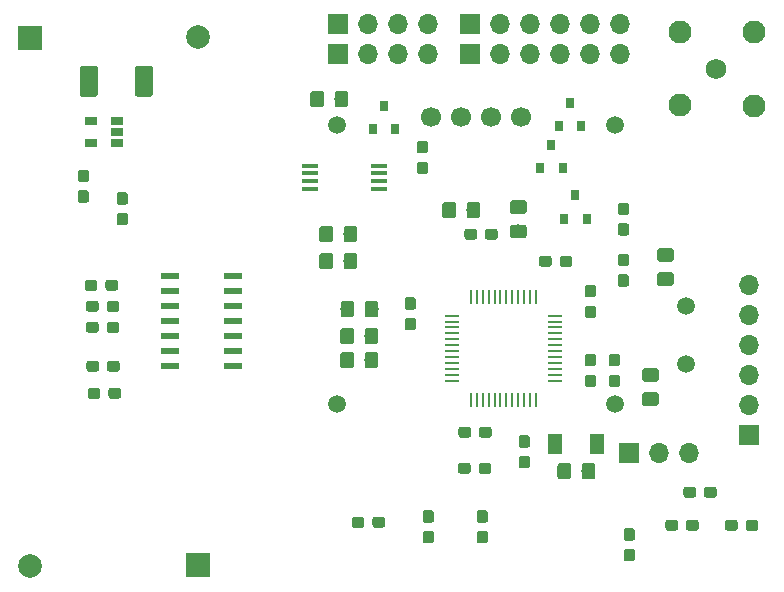
<source format=gbs>
G04 #@! TF.GenerationSoftware,KiCad,Pcbnew,(5.0.0)*
G04 #@! TF.CreationDate,2019-06-19T08:41:35+02:00*
G04 #@! TF.ProjectId,lcrmeter,6C63726D657465722E6B696361645F70,rev?*
G04 #@! TF.SameCoordinates,Original*
G04 #@! TF.FileFunction,Soldermask,Bot*
G04 #@! TF.FilePolarity,Negative*
%FSLAX46Y46*%
G04 Gerber Fmt 4.6, Leading zero omitted, Abs format (unit mm)*
G04 Created by KiCad (PCBNEW (5.0.0)) date 06/19/19 08:41:35*
%MOMM*%
%LPD*%
G01*
G04 APERTURE LIST*
%ADD10C,1.750000*%
%ADD11C,1.950000*%
%ADD12C,2.000000*%
%ADD13R,2.000000X2.000000*%
%ADD14C,0.100000*%
%ADD15C,1.150000*%
%ADD16C,0.950000*%
%ADD17R,0.800000X0.900000*%
%ADD18R,1.700000X1.700000*%
%ADD19O,1.700000X1.700000*%
%ADD20R,1.450000X0.450000*%
%ADD21R,1.300000X0.250000*%
%ADD22R,0.250000X1.300000*%
%ADD23C,1.700000*%
%ADD24C,1.500000*%
%ADD25R,1.500000X0.600000*%
%ADD26R,1.060000X0.650000*%
%ADD27C,1.525000*%
%ADD28R,1.300000X1.700000*%
G04 APERTURE END LIST*
D10*
G04 #@! TO.C,J5*
X169926000Y-102362000D03*
D11*
X173076000Y-99212000D03*
X173076000Y-105462000D03*
X166876000Y-105412000D03*
X166876000Y-99212000D03*
G04 #@! TD*
D12*
G04 #@! TO.C,BT1*
X126078308Y-99635920D03*
D13*
X126078308Y-144335920D03*
G04 #@! TD*
G04 #@! TO.C,BT2*
X111854308Y-99735920D03*
D12*
X111854308Y-144435920D03*
G04 #@! TD*
D14*
G04 #@! TO.C,C1*
G36*
X164812505Y-127678204D02*
X164836773Y-127681804D01*
X164860572Y-127687765D01*
X164883671Y-127696030D01*
X164905850Y-127706520D01*
X164926893Y-127719132D01*
X164946599Y-127733747D01*
X164964777Y-127750223D01*
X164981253Y-127768401D01*
X164995868Y-127788107D01*
X165008480Y-127809150D01*
X165018970Y-127831329D01*
X165027235Y-127854428D01*
X165033196Y-127878227D01*
X165036796Y-127902495D01*
X165038000Y-127926999D01*
X165038000Y-128577001D01*
X165036796Y-128601505D01*
X165033196Y-128625773D01*
X165027235Y-128649572D01*
X165018970Y-128672671D01*
X165008480Y-128694850D01*
X164995868Y-128715893D01*
X164981253Y-128735599D01*
X164964777Y-128753777D01*
X164946599Y-128770253D01*
X164926893Y-128784868D01*
X164905850Y-128797480D01*
X164883671Y-128807970D01*
X164860572Y-128816235D01*
X164836773Y-128822196D01*
X164812505Y-128825796D01*
X164788001Y-128827000D01*
X163887999Y-128827000D01*
X163863495Y-128825796D01*
X163839227Y-128822196D01*
X163815428Y-128816235D01*
X163792329Y-128807970D01*
X163770150Y-128797480D01*
X163749107Y-128784868D01*
X163729401Y-128770253D01*
X163711223Y-128753777D01*
X163694747Y-128735599D01*
X163680132Y-128715893D01*
X163667520Y-128694850D01*
X163657030Y-128672671D01*
X163648765Y-128649572D01*
X163642804Y-128625773D01*
X163639204Y-128601505D01*
X163638000Y-128577001D01*
X163638000Y-127926999D01*
X163639204Y-127902495D01*
X163642804Y-127878227D01*
X163648765Y-127854428D01*
X163657030Y-127831329D01*
X163667520Y-127809150D01*
X163680132Y-127788107D01*
X163694747Y-127768401D01*
X163711223Y-127750223D01*
X163729401Y-127733747D01*
X163749107Y-127719132D01*
X163770150Y-127706520D01*
X163792329Y-127696030D01*
X163815428Y-127687765D01*
X163839227Y-127681804D01*
X163863495Y-127678204D01*
X163887999Y-127677000D01*
X164788001Y-127677000D01*
X164812505Y-127678204D01*
X164812505Y-127678204D01*
G37*
D15*
X164338000Y-128252000D03*
D14*
G36*
X164812505Y-129728204D02*
X164836773Y-129731804D01*
X164860572Y-129737765D01*
X164883671Y-129746030D01*
X164905850Y-129756520D01*
X164926893Y-129769132D01*
X164946599Y-129783747D01*
X164964777Y-129800223D01*
X164981253Y-129818401D01*
X164995868Y-129838107D01*
X165008480Y-129859150D01*
X165018970Y-129881329D01*
X165027235Y-129904428D01*
X165033196Y-129928227D01*
X165036796Y-129952495D01*
X165038000Y-129976999D01*
X165038000Y-130627001D01*
X165036796Y-130651505D01*
X165033196Y-130675773D01*
X165027235Y-130699572D01*
X165018970Y-130722671D01*
X165008480Y-130744850D01*
X164995868Y-130765893D01*
X164981253Y-130785599D01*
X164964777Y-130803777D01*
X164946599Y-130820253D01*
X164926893Y-130834868D01*
X164905850Y-130847480D01*
X164883671Y-130857970D01*
X164860572Y-130866235D01*
X164836773Y-130872196D01*
X164812505Y-130875796D01*
X164788001Y-130877000D01*
X163887999Y-130877000D01*
X163863495Y-130875796D01*
X163839227Y-130872196D01*
X163815428Y-130866235D01*
X163792329Y-130857970D01*
X163770150Y-130847480D01*
X163749107Y-130834868D01*
X163729401Y-130820253D01*
X163711223Y-130803777D01*
X163694747Y-130785599D01*
X163680132Y-130765893D01*
X163667520Y-130744850D01*
X163657030Y-130722671D01*
X163648765Y-130699572D01*
X163642804Y-130675773D01*
X163639204Y-130651505D01*
X163638000Y-130627001D01*
X163638000Y-129976999D01*
X163639204Y-129952495D01*
X163642804Y-129928227D01*
X163648765Y-129904428D01*
X163657030Y-129881329D01*
X163667520Y-129859150D01*
X163680132Y-129838107D01*
X163694747Y-129818401D01*
X163711223Y-129800223D01*
X163729401Y-129783747D01*
X163749107Y-129769132D01*
X163770150Y-129756520D01*
X163792329Y-129746030D01*
X163815428Y-129737765D01*
X163839227Y-129731804D01*
X163863495Y-129728204D01*
X163887999Y-129727000D01*
X164788001Y-129727000D01*
X164812505Y-129728204D01*
X164812505Y-129728204D01*
G37*
D15*
X164338000Y-130302000D03*
G04 #@! TD*
D14*
G04 #@! TO.C,C2*
G36*
X166082505Y-119568204D02*
X166106773Y-119571804D01*
X166130572Y-119577765D01*
X166153671Y-119586030D01*
X166175850Y-119596520D01*
X166196893Y-119609132D01*
X166216599Y-119623747D01*
X166234777Y-119640223D01*
X166251253Y-119658401D01*
X166265868Y-119678107D01*
X166278480Y-119699150D01*
X166288970Y-119721329D01*
X166297235Y-119744428D01*
X166303196Y-119768227D01*
X166306796Y-119792495D01*
X166308000Y-119816999D01*
X166308000Y-120467001D01*
X166306796Y-120491505D01*
X166303196Y-120515773D01*
X166297235Y-120539572D01*
X166288970Y-120562671D01*
X166278480Y-120584850D01*
X166265868Y-120605893D01*
X166251253Y-120625599D01*
X166234777Y-120643777D01*
X166216599Y-120660253D01*
X166196893Y-120674868D01*
X166175850Y-120687480D01*
X166153671Y-120697970D01*
X166130572Y-120706235D01*
X166106773Y-120712196D01*
X166082505Y-120715796D01*
X166058001Y-120717000D01*
X165157999Y-120717000D01*
X165133495Y-120715796D01*
X165109227Y-120712196D01*
X165085428Y-120706235D01*
X165062329Y-120697970D01*
X165040150Y-120687480D01*
X165019107Y-120674868D01*
X164999401Y-120660253D01*
X164981223Y-120643777D01*
X164964747Y-120625599D01*
X164950132Y-120605893D01*
X164937520Y-120584850D01*
X164927030Y-120562671D01*
X164918765Y-120539572D01*
X164912804Y-120515773D01*
X164909204Y-120491505D01*
X164908000Y-120467001D01*
X164908000Y-119816999D01*
X164909204Y-119792495D01*
X164912804Y-119768227D01*
X164918765Y-119744428D01*
X164927030Y-119721329D01*
X164937520Y-119699150D01*
X164950132Y-119678107D01*
X164964747Y-119658401D01*
X164981223Y-119640223D01*
X164999401Y-119623747D01*
X165019107Y-119609132D01*
X165040150Y-119596520D01*
X165062329Y-119586030D01*
X165085428Y-119577765D01*
X165109227Y-119571804D01*
X165133495Y-119568204D01*
X165157999Y-119567000D01*
X166058001Y-119567000D01*
X166082505Y-119568204D01*
X166082505Y-119568204D01*
G37*
D15*
X165608000Y-120142000D03*
D14*
G36*
X166082505Y-117518204D02*
X166106773Y-117521804D01*
X166130572Y-117527765D01*
X166153671Y-117536030D01*
X166175850Y-117546520D01*
X166196893Y-117559132D01*
X166216599Y-117573747D01*
X166234777Y-117590223D01*
X166251253Y-117608401D01*
X166265868Y-117628107D01*
X166278480Y-117649150D01*
X166288970Y-117671329D01*
X166297235Y-117694428D01*
X166303196Y-117718227D01*
X166306796Y-117742495D01*
X166308000Y-117766999D01*
X166308000Y-118417001D01*
X166306796Y-118441505D01*
X166303196Y-118465773D01*
X166297235Y-118489572D01*
X166288970Y-118512671D01*
X166278480Y-118534850D01*
X166265868Y-118555893D01*
X166251253Y-118575599D01*
X166234777Y-118593777D01*
X166216599Y-118610253D01*
X166196893Y-118624868D01*
X166175850Y-118637480D01*
X166153671Y-118647970D01*
X166130572Y-118656235D01*
X166106773Y-118662196D01*
X166082505Y-118665796D01*
X166058001Y-118667000D01*
X165157999Y-118667000D01*
X165133495Y-118665796D01*
X165109227Y-118662196D01*
X165085428Y-118656235D01*
X165062329Y-118647970D01*
X165040150Y-118637480D01*
X165019107Y-118624868D01*
X164999401Y-118610253D01*
X164981223Y-118593777D01*
X164964747Y-118575599D01*
X164950132Y-118555893D01*
X164937520Y-118534850D01*
X164927030Y-118512671D01*
X164918765Y-118489572D01*
X164912804Y-118465773D01*
X164909204Y-118441505D01*
X164908000Y-118417001D01*
X164908000Y-117766999D01*
X164909204Y-117742495D01*
X164912804Y-117718227D01*
X164918765Y-117694428D01*
X164927030Y-117671329D01*
X164937520Y-117649150D01*
X164950132Y-117628107D01*
X164964747Y-117608401D01*
X164981223Y-117590223D01*
X164999401Y-117573747D01*
X165019107Y-117559132D01*
X165040150Y-117546520D01*
X165062329Y-117536030D01*
X165085428Y-117527765D01*
X165109227Y-117521804D01*
X165133495Y-117518204D01*
X165157999Y-117517000D01*
X166058001Y-117517000D01*
X166082505Y-117518204D01*
X166082505Y-117518204D01*
G37*
D15*
X165608000Y-118092000D03*
G04 #@! TD*
D14*
G04 #@! TO.C,C3*
G36*
X148928779Y-132622144D02*
X148951834Y-132625563D01*
X148974443Y-132631227D01*
X148996387Y-132639079D01*
X149017457Y-132649044D01*
X149037448Y-132661026D01*
X149056168Y-132674910D01*
X149073438Y-132690562D01*
X149089090Y-132707832D01*
X149102974Y-132726552D01*
X149114956Y-132746543D01*
X149124921Y-132767613D01*
X149132773Y-132789557D01*
X149138437Y-132812166D01*
X149141856Y-132835221D01*
X149143000Y-132858500D01*
X149143000Y-133333500D01*
X149141856Y-133356779D01*
X149138437Y-133379834D01*
X149132773Y-133402443D01*
X149124921Y-133424387D01*
X149114956Y-133445457D01*
X149102974Y-133465448D01*
X149089090Y-133484168D01*
X149073438Y-133501438D01*
X149056168Y-133517090D01*
X149037448Y-133530974D01*
X149017457Y-133542956D01*
X148996387Y-133552921D01*
X148974443Y-133560773D01*
X148951834Y-133566437D01*
X148928779Y-133569856D01*
X148905500Y-133571000D01*
X148330500Y-133571000D01*
X148307221Y-133569856D01*
X148284166Y-133566437D01*
X148261557Y-133560773D01*
X148239613Y-133552921D01*
X148218543Y-133542956D01*
X148198552Y-133530974D01*
X148179832Y-133517090D01*
X148162562Y-133501438D01*
X148146910Y-133484168D01*
X148133026Y-133465448D01*
X148121044Y-133445457D01*
X148111079Y-133424387D01*
X148103227Y-133402443D01*
X148097563Y-133379834D01*
X148094144Y-133356779D01*
X148093000Y-133333500D01*
X148093000Y-132858500D01*
X148094144Y-132835221D01*
X148097563Y-132812166D01*
X148103227Y-132789557D01*
X148111079Y-132767613D01*
X148121044Y-132746543D01*
X148133026Y-132726552D01*
X148146910Y-132707832D01*
X148162562Y-132690562D01*
X148179832Y-132674910D01*
X148198552Y-132661026D01*
X148218543Y-132649044D01*
X148239613Y-132639079D01*
X148261557Y-132631227D01*
X148284166Y-132625563D01*
X148307221Y-132622144D01*
X148330500Y-132621000D01*
X148905500Y-132621000D01*
X148928779Y-132622144D01*
X148928779Y-132622144D01*
G37*
D16*
X148618000Y-133096000D03*
D14*
G36*
X150678779Y-132622144D02*
X150701834Y-132625563D01*
X150724443Y-132631227D01*
X150746387Y-132639079D01*
X150767457Y-132649044D01*
X150787448Y-132661026D01*
X150806168Y-132674910D01*
X150823438Y-132690562D01*
X150839090Y-132707832D01*
X150852974Y-132726552D01*
X150864956Y-132746543D01*
X150874921Y-132767613D01*
X150882773Y-132789557D01*
X150888437Y-132812166D01*
X150891856Y-132835221D01*
X150893000Y-132858500D01*
X150893000Y-133333500D01*
X150891856Y-133356779D01*
X150888437Y-133379834D01*
X150882773Y-133402443D01*
X150874921Y-133424387D01*
X150864956Y-133445457D01*
X150852974Y-133465448D01*
X150839090Y-133484168D01*
X150823438Y-133501438D01*
X150806168Y-133517090D01*
X150787448Y-133530974D01*
X150767457Y-133542956D01*
X150746387Y-133552921D01*
X150724443Y-133560773D01*
X150701834Y-133566437D01*
X150678779Y-133569856D01*
X150655500Y-133571000D01*
X150080500Y-133571000D01*
X150057221Y-133569856D01*
X150034166Y-133566437D01*
X150011557Y-133560773D01*
X149989613Y-133552921D01*
X149968543Y-133542956D01*
X149948552Y-133530974D01*
X149929832Y-133517090D01*
X149912562Y-133501438D01*
X149896910Y-133484168D01*
X149883026Y-133465448D01*
X149871044Y-133445457D01*
X149861079Y-133424387D01*
X149853227Y-133402443D01*
X149847563Y-133379834D01*
X149844144Y-133356779D01*
X149843000Y-133333500D01*
X149843000Y-132858500D01*
X149844144Y-132835221D01*
X149847563Y-132812166D01*
X149853227Y-132789557D01*
X149861079Y-132767613D01*
X149871044Y-132746543D01*
X149883026Y-132726552D01*
X149896910Y-132707832D01*
X149912562Y-132690562D01*
X149929832Y-132674910D01*
X149948552Y-132661026D01*
X149968543Y-132649044D01*
X149989613Y-132639079D01*
X150011557Y-132631227D01*
X150034166Y-132625563D01*
X150057221Y-132622144D01*
X150080500Y-132621000D01*
X150655500Y-132621000D01*
X150678779Y-132622144D01*
X150678779Y-132622144D01*
G37*
D16*
X150368000Y-133096000D03*
G04 #@! TD*
D14*
G04 #@! TO.C,C4*
G36*
X144278779Y-123428144D02*
X144301834Y-123431563D01*
X144324443Y-123437227D01*
X144346387Y-123445079D01*
X144367457Y-123455044D01*
X144387448Y-123467026D01*
X144406168Y-123480910D01*
X144423438Y-123496562D01*
X144439090Y-123513832D01*
X144452974Y-123532552D01*
X144464956Y-123552543D01*
X144474921Y-123573613D01*
X144482773Y-123595557D01*
X144488437Y-123618166D01*
X144491856Y-123641221D01*
X144493000Y-123664500D01*
X144493000Y-124239500D01*
X144491856Y-124262779D01*
X144488437Y-124285834D01*
X144482773Y-124308443D01*
X144474921Y-124330387D01*
X144464956Y-124351457D01*
X144452974Y-124371448D01*
X144439090Y-124390168D01*
X144423438Y-124407438D01*
X144406168Y-124423090D01*
X144387448Y-124436974D01*
X144367457Y-124448956D01*
X144346387Y-124458921D01*
X144324443Y-124466773D01*
X144301834Y-124472437D01*
X144278779Y-124475856D01*
X144255500Y-124477000D01*
X143780500Y-124477000D01*
X143757221Y-124475856D01*
X143734166Y-124472437D01*
X143711557Y-124466773D01*
X143689613Y-124458921D01*
X143668543Y-124448956D01*
X143648552Y-124436974D01*
X143629832Y-124423090D01*
X143612562Y-124407438D01*
X143596910Y-124390168D01*
X143583026Y-124371448D01*
X143571044Y-124351457D01*
X143561079Y-124330387D01*
X143553227Y-124308443D01*
X143547563Y-124285834D01*
X143544144Y-124262779D01*
X143543000Y-124239500D01*
X143543000Y-123664500D01*
X143544144Y-123641221D01*
X143547563Y-123618166D01*
X143553227Y-123595557D01*
X143561079Y-123573613D01*
X143571044Y-123552543D01*
X143583026Y-123532552D01*
X143596910Y-123513832D01*
X143612562Y-123496562D01*
X143629832Y-123480910D01*
X143648552Y-123467026D01*
X143668543Y-123455044D01*
X143689613Y-123445079D01*
X143711557Y-123437227D01*
X143734166Y-123431563D01*
X143757221Y-123428144D01*
X143780500Y-123427000D01*
X144255500Y-123427000D01*
X144278779Y-123428144D01*
X144278779Y-123428144D01*
G37*
D16*
X144018000Y-123952000D03*
D14*
G36*
X144278779Y-121678144D02*
X144301834Y-121681563D01*
X144324443Y-121687227D01*
X144346387Y-121695079D01*
X144367457Y-121705044D01*
X144387448Y-121717026D01*
X144406168Y-121730910D01*
X144423438Y-121746562D01*
X144439090Y-121763832D01*
X144452974Y-121782552D01*
X144464956Y-121802543D01*
X144474921Y-121823613D01*
X144482773Y-121845557D01*
X144488437Y-121868166D01*
X144491856Y-121891221D01*
X144493000Y-121914500D01*
X144493000Y-122489500D01*
X144491856Y-122512779D01*
X144488437Y-122535834D01*
X144482773Y-122558443D01*
X144474921Y-122580387D01*
X144464956Y-122601457D01*
X144452974Y-122621448D01*
X144439090Y-122640168D01*
X144423438Y-122657438D01*
X144406168Y-122673090D01*
X144387448Y-122686974D01*
X144367457Y-122698956D01*
X144346387Y-122708921D01*
X144324443Y-122716773D01*
X144301834Y-122722437D01*
X144278779Y-122725856D01*
X144255500Y-122727000D01*
X143780500Y-122727000D01*
X143757221Y-122725856D01*
X143734166Y-122722437D01*
X143711557Y-122716773D01*
X143689613Y-122708921D01*
X143668543Y-122698956D01*
X143648552Y-122686974D01*
X143629832Y-122673090D01*
X143612562Y-122657438D01*
X143596910Y-122640168D01*
X143583026Y-122621448D01*
X143571044Y-122601457D01*
X143561079Y-122580387D01*
X143553227Y-122558443D01*
X143547563Y-122535834D01*
X143544144Y-122512779D01*
X143543000Y-122489500D01*
X143543000Y-121914500D01*
X143544144Y-121891221D01*
X143547563Y-121868166D01*
X143553227Y-121845557D01*
X143561079Y-121823613D01*
X143571044Y-121802543D01*
X143583026Y-121782552D01*
X143596910Y-121763832D01*
X143612562Y-121746562D01*
X143629832Y-121730910D01*
X143648552Y-121717026D01*
X143668543Y-121705044D01*
X143689613Y-121695079D01*
X143711557Y-121687227D01*
X143734166Y-121681563D01*
X143757221Y-121678144D01*
X143780500Y-121677000D01*
X144255500Y-121677000D01*
X144278779Y-121678144D01*
X144278779Y-121678144D01*
G37*
D16*
X144018000Y-122202000D03*
G04 #@! TD*
D14*
G04 #@! TO.C,C5*
G36*
X157508779Y-118144144D02*
X157531834Y-118147563D01*
X157554443Y-118153227D01*
X157576387Y-118161079D01*
X157597457Y-118171044D01*
X157617448Y-118183026D01*
X157636168Y-118196910D01*
X157653438Y-118212562D01*
X157669090Y-118229832D01*
X157682974Y-118248552D01*
X157694956Y-118268543D01*
X157704921Y-118289613D01*
X157712773Y-118311557D01*
X157718437Y-118334166D01*
X157721856Y-118357221D01*
X157723000Y-118380500D01*
X157723000Y-118855500D01*
X157721856Y-118878779D01*
X157718437Y-118901834D01*
X157712773Y-118924443D01*
X157704921Y-118946387D01*
X157694956Y-118967457D01*
X157682974Y-118987448D01*
X157669090Y-119006168D01*
X157653438Y-119023438D01*
X157636168Y-119039090D01*
X157617448Y-119052974D01*
X157597457Y-119064956D01*
X157576387Y-119074921D01*
X157554443Y-119082773D01*
X157531834Y-119088437D01*
X157508779Y-119091856D01*
X157485500Y-119093000D01*
X156910500Y-119093000D01*
X156887221Y-119091856D01*
X156864166Y-119088437D01*
X156841557Y-119082773D01*
X156819613Y-119074921D01*
X156798543Y-119064956D01*
X156778552Y-119052974D01*
X156759832Y-119039090D01*
X156742562Y-119023438D01*
X156726910Y-119006168D01*
X156713026Y-118987448D01*
X156701044Y-118967457D01*
X156691079Y-118946387D01*
X156683227Y-118924443D01*
X156677563Y-118901834D01*
X156674144Y-118878779D01*
X156673000Y-118855500D01*
X156673000Y-118380500D01*
X156674144Y-118357221D01*
X156677563Y-118334166D01*
X156683227Y-118311557D01*
X156691079Y-118289613D01*
X156701044Y-118268543D01*
X156713026Y-118248552D01*
X156726910Y-118229832D01*
X156742562Y-118212562D01*
X156759832Y-118196910D01*
X156778552Y-118183026D01*
X156798543Y-118171044D01*
X156819613Y-118161079D01*
X156841557Y-118153227D01*
X156864166Y-118147563D01*
X156887221Y-118144144D01*
X156910500Y-118143000D01*
X157485500Y-118143000D01*
X157508779Y-118144144D01*
X157508779Y-118144144D01*
G37*
D16*
X157198000Y-118618000D03*
D14*
G36*
X155758779Y-118144144D02*
X155781834Y-118147563D01*
X155804443Y-118153227D01*
X155826387Y-118161079D01*
X155847457Y-118171044D01*
X155867448Y-118183026D01*
X155886168Y-118196910D01*
X155903438Y-118212562D01*
X155919090Y-118229832D01*
X155932974Y-118248552D01*
X155944956Y-118268543D01*
X155954921Y-118289613D01*
X155962773Y-118311557D01*
X155968437Y-118334166D01*
X155971856Y-118357221D01*
X155973000Y-118380500D01*
X155973000Y-118855500D01*
X155971856Y-118878779D01*
X155968437Y-118901834D01*
X155962773Y-118924443D01*
X155954921Y-118946387D01*
X155944956Y-118967457D01*
X155932974Y-118987448D01*
X155919090Y-119006168D01*
X155903438Y-119023438D01*
X155886168Y-119039090D01*
X155867448Y-119052974D01*
X155847457Y-119064956D01*
X155826387Y-119074921D01*
X155804443Y-119082773D01*
X155781834Y-119088437D01*
X155758779Y-119091856D01*
X155735500Y-119093000D01*
X155160500Y-119093000D01*
X155137221Y-119091856D01*
X155114166Y-119088437D01*
X155091557Y-119082773D01*
X155069613Y-119074921D01*
X155048543Y-119064956D01*
X155028552Y-119052974D01*
X155009832Y-119039090D01*
X154992562Y-119023438D01*
X154976910Y-119006168D01*
X154963026Y-118987448D01*
X154951044Y-118967457D01*
X154941079Y-118946387D01*
X154933227Y-118924443D01*
X154927563Y-118901834D01*
X154924144Y-118878779D01*
X154923000Y-118855500D01*
X154923000Y-118380500D01*
X154924144Y-118357221D01*
X154927563Y-118334166D01*
X154933227Y-118311557D01*
X154941079Y-118289613D01*
X154951044Y-118268543D01*
X154963026Y-118248552D01*
X154976910Y-118229832D01*
X154992562Y-118212562D01*
X155009832Y-118196910D01*
X155028552Y-118183026D01*
X155048543Y-118171044D01*
X155069613Y-118161079D01*
X155091557Y-118153227D01*
X155114166Y-118147563D01*
X155137221Y-118144144D01*
X155160500Y-118143000D01*
X155735500Y-118143000D01*
X155758779Y-118144144D01*
X155758779Y-118144144D01*
G37*
D16*
X155448000Y-118618000D03*
G04 #@! TD*
D14*
G04 #@! TO.C,C6*
G36*
X145294779Y-108442144D02*
X145317834Y-108445563D01*
X145340443Y-108451227D01*
X145362387Y-108459079D01*
X145383457Y-108469044D01*
X145403448Y-108481026D01*
X145422168Y-108494910D01*
X145439438Y-108510562D01*
X145455090Y-108527832D01*
X145468974Y-108546552D01*
X145480956Y-108566543D01*
X145490921Y-108587613D01*
X145498773Y-108609557D01*
X145504437Y-108632166D01*
X145507856Y-108655221D01*
X145509000Y-108678500D01*
X145509000Y-109253500D01*
X145507856Y-109276779D01*
X145504437Y-109299834D01*
X145498773Y-109322443D01*
X145490921Y-109344387D01*
X145480956Y-109365457D01*
X145468974Y-109385448D01*
X145455090Y-109404168D01*
X145439438Y-109421438D01*
X145422168Y-109437090D01*
X145403448Y-109450974D01*
X145383457Y-109462956D01*
X145362387Y-109472921D01*
X145340443Y-109480773D01*
X145317834Y-109486437D01*
X145294779Y-109489856D01*
X145271500Y-109491000D01*
X144796500Y-109491000D01*
X144773221Y-109489856D01*
X144750166Y-109486437D01*
X144727557Y-109480773D01*
X144705613Y-109472921D01*
X144684543Y-109462956D01*
X144664552Y-109450974D01*
X144645832Y-109437090D01*
X144628562Y-109421438D01*
X144612910Y-109404168D01*
X144599026Y-109385448D01*
X144587044Y-109365457D01*
X144577079Y-109344387D01*
X144569227Y-109322443D01*
X144563563Y-109299834D01*
X144560144Y-109276779D01*
X144559000Y-109253500D01*
X144559000Y-108678500D01*
X144560144Y-108655221D01*
X144563563Y-108632166D01*
X144569227Y-108609557D01*
X144577079Y-108587613D01*
X144587044Y-108566543D01*
X144599026Y-108546552D01*
X144612910Y-108527832D01*
X144628562Y-108510562D01*
X144645832Y-108494910D01*
X144664552Y-108481026D01*
X144684543Y-108469044D01*
X144705613Y-108459079D01*
X144727557Y-108451227D01*
X144750166Y-108445563D01*
X144773221Y-108442144D01*
X144796500Y-108441000D01*
X145271500Y-108441000D01*
X145294779Y-108442144D01*
X145294779Y-108442144D01*
G37*
D16*
X145034000Y-108966000D03*
D14*
G36*
X145294779Y-110192144D02*
X145317834Y-110195563D01*
X145340443Y-110201227D01*
X145362387Y-110209079D01*
X145383457Y-110219044D01*
X145403448Y-110231026D01*
X145422168Y-110244910D01*
X145439438Y-110260562D01*
X145455090Y-110277832D01*
X145468974Y-110296552D01*
X145480956Y-110316543D01*
X145490921Y-110337613D01*
X145498773Y-110359557D01*
X145504437Y-110382166D01*
X145507856Y-110405221D01*
X145509000Y-110428500D01*
X145509000Y-111003500D01*
X145507856Y-111026779D01*
X145504437Y-111049834D01*
X145498773Y-111072443D01*
X145490921Y-111094387D01*
X145480956Y-111115457D01*
X145468974Y-111135448D01*
X145455090Y-111154168D01*
X145439438Y-111171438D01*
X145422168Y-111187090D01*
X145403448Y-111200974D01*
X145383457Y-111212956D01*
X145362387Y-111222921D01*
X145340443Y-111230773D01*
X145317834Y-111236437D01*
X145294779Y-111239856D01*
X145271500Y-111241000D01*
X144796500Y-111241000D01*
X144773221Y-111239856D01*
X144750166Y-111236437D01*
X144727557Y-111230773D01*
X144705613Y-111222921D01*
X144684543Y-111212956D01*
X144664552Y-111200974D01*
X144645832Y-111187090D01*
X144628562Y-111171438D01*
X144612910Y-111154168D01*
X144599026Y-111135448D01*
X144587044Y-111115457D01*
X144577079Y-111094387D01*
X144569227Y-111072443D01*
X144563563Y-111049834D01*
X144560144Y-111026779D01*
X144559000Y-111003500D01*
X144559000Y-110428500D01*
X144560144Y-110405221D01*
X144563563Y-110382166D01*
X144569227Y-110359557D01*
X144577079Y-110337613D01*
X144587044Y-110316543D01*
X144599026Y-110296552D01*
X144612910Y-110277832D01*
X144628562Y-110260562D01*
X144645832Y-110244910D01*
X144664552Y-110231026D01*
X144684543Y-110219044D01*
X144705613Y-110209079D01*
X144727557Y-110201227D01*
X144750166Y-110195563D01*
X144773221Y-110192144D01*
X144796500Y-110191000D01*
X145271500Y-110191000D01*
X145294779Y-110192144D01*
X145294779Y-110192144D01*
G37*
D16*
X145034000Y-110716000D03*
G04 #@! TD*
D14*
G04 #@! TO.C,C7*
G36*
X159518779Y-126476144D02*
X159541834Y-126479563D01*
X159564443Y-126485227D01*
X159586387Y-126493079D01*
X159607457Y-126503044D01*
X159627448Y-126515026D01*
X159646168Y-126528910D01*
X159663438Y-126544562D01*
X159679090Y-126561832D01*
X159692974Y-126580552D01*
X159704956Y-126600543D01*
X159714921Y-126621613D01*
X159722773Y-126643557D01*
X159728437Y-126666166D01*
X159731856Y-126689221D01*
X159733000Y-126712500D01*
X159733000Y-127287500D01*
X159731856Y-127310779D01*
X159728437Y-127333834D01*
X159722773Y-127356443D01*
X159714921Y-127378387D01*
X159704956Y-127399457D01*
X159692974Y-127419448D01*
X159679090Y-127438168D01*
X159663438Y-127455438D01*
X159646168Y-127471090D01*
X159627448Y-127484974D01*
X159607457Y-127496956D01*
X159586387Y-127506921D01*
X159564443Y-127514773D01*
X159541834Y-127520437D01*
X159518779Y-127523856D01*
X159495500Y-127525000D01*
X159020500Y-127525000D01*
X158997221Y-127523856D01*
X158974166Y-127520437D01*
X158951557Y-127514773D01*
X158929613Y-127506921D01*
X158908543Y-127496956D01*
X158888552Y-127484974D01*
X158869832Y-127471090D01*
X158852562Y-127455438D01*
X158836910Y-127438168D01*
X158823026Y-127419448D01*
X158811044Y-127399457D01*
X158801079Y-127378387D01*
X158793227Y-127356443D01*
X158787563Y-127333834D01*
X158784144Y-127310779D01*
X158783000Y-127287500D01*
X158783000Y-126712500D01*
X158784144Y-126689221D01*
X158787563Y-126666166D01*
X158793227Y-126643557D01*
X158801079Y-126621613D01*
X158811044Y-126600543D01*
X158823026Y-126580552D01*
X158836910Y-126561832D01*
X158852562Y-126544562D01*
X158869832Y-126528910D01*
X158888552Y-126515026D01*
X158908543Y-126503044D01*
X158929613Y-126493079D01*
X158951557Y-126485227D01*
X158974166Y-126479563D01*
X158997221Y-126476144D01*
X159020500Y-126475000D01*
X159495500Y-126475000D01*
X159518779Y-126476144D01*
X159518779Y-126476144D01*
G37*
D16*
X159258000Y-127000000D03*
D14*
G36*
X159518779Y-128226144D02*
X159541834Y-128229563D01*
X159564443Y-128235227D01*
X159586387Y-128243079D01*
X159607457Y-128253044D01*
X159627448Y-128265026D01*
X159646168Y-128278910D01*
X159663438Y-128294562D01*
X159679090Y-128311832D01*
X159692974Y-128330552D01*
X159704956Y-128350543D01*
X159714921Y-128371613D01*
X159722773Y-128393557D01*
X159728437Y-128416166D01*
X159731856Y-128439221D01*
X159733000Y-128462500D01*
X159733000Y-129037500D01*
X159731856Y-129060779D01*
X159728437Y-129083834D01*
X159722773Y-129106443D01*
X159714921Y-129128387D01*
X159704956Y-129149457D01*
X159692974Y-129169448D01*
X159679090Y-129188168D01*
X159663438Y-129205438D01*
X159646168Y-129221090D01*
X159627448Y-129234974D01*
X159607457Y-129246956D01*
X159586387Y-129256921D01*
X159564443Y-129264773D01*
X159541834Y-129270437D01*
X159518779Y-129273856D01*
X159495500Y-129275000D01*
X159020500Y-129275000D01*
X158997221Y-129273856D01*
X158974166Y-129270437D01*
X158951557Y-129264773D01*
X158929613Y-129256921D01*
X158908543Y-129246956D01*
X158888552Y-129234974D01*
X158869832Y-129221090D01*
X158852562Y-129205438D01*
X158836910Y-129188168D01*
X158823026Y-129169448D01*
X158811044Y-129149457D01*
X158801079Y-129128387D01*
X158793227Y-129106443D01*
X158787563Y-129083834D01*
X158784144Y-129060779D01*
X158783000Y-129037500D01*
X158783000Y-128462500D01*
X158784144Y-128439221D01*
X158787563Y-128416166D01*
X158793227Y-128393557D01*
X158801079Y-128371613D01*
X158811044Y-128350543D01*
X158823026Y-128330552D01*
X158836910Y-128311832D01*
X158852562Y-128294562D01*
X158869832Y-128278910D01*
X158888552Y-128265026D01*
X158908543Y-128253044D01*
X158929613Y-128243079D01*
X158951557Y-128235227D01*
X158974166Y-128229563D01*
X158997221Y-128226144D01*
X159020500Y-128225000D01*
X159495500Y-128225000D01*
X159518779Y-128226144D01*
X159518779Y-128226144D01*
G37*
D16*
X159258000Y-128750000D03*
G04 #@! TD*
D14*
G04 #@! TO.C,C8*
G36*
X167978779Y-137702144D02*
X168001834Y-137705563D01*
X168024443Y-137711227D01*
X168046387Y-137719079D01*
X168067457Y-137729044D01*
X168087448Y-137741026D01*
X168106168Y-137754910D01*
X168123438Y-137770562D01*
X168139090Y-137787832D01*
X168152974Y-137806552D01*
X168164956Y-137826543D01*
X168174921Y-137847613D01*
X168182773Y-137869557D01*
X168188437Y-137892166D01*
X168191856Y-137915221D01*
X168193000Y-137938500D01*
X168193000Y-138413500D01*
X168191856Y-138436779D01*
X168188437Y-138459834D01*
X168182773Y-138482443D01*
X168174921Y-138504387D01*
X168164956Y-138525457D01*
X168152974Y-138545448D01*
X168139090Y-138564168D01*
X168123438Y-138581438D01*
X168106168Y-138597090D01*
X168087448Y-138610974D01*
X168067457Y-138622956D01*
X168046387Y-138632921D01*
X168024443Y-138640773D01*
X168001834Y-138646437D01*
X167978779Y-138649856D01*
X167955500Y-138651000D01*
X167380500Y-138651000D01*
X167357221Y-138649856D01*
X167334166Y-138646437D01*
X167311557Y-138640773D01*
X167289613Y-138632921D01*
X167268543Y-138622956D01*
X167248552Y-138610974D01*
X167229832Y-138597090D01*
X167212562Y-138581438D01*
X167196910Y-138564168D01*
X167183026Y-138545448D01*
X167171044Y-138525457D01*
X167161079Y-138504387D01*
X167153227Y-138482443D01*
X167147563Y-138459834D01*
X167144144Y-138436779D01*
X167143000Y-138413500D01*
X167143000Y-137938500D01*
X167144144Y-137915221D01*
X167147563Y-137892166D01*
X167153227Y-137869557D01*
X167161079Y-137847613D01*
X167171044Y-137826543D01*
X167183026Y-137806552D01*
X167196910Y-137787832D01*
X167212562Y-137770562D01*
X167229832Y-137754910D01*
X167248552Y-137741026D01*
X167268543Y-137729044D01*
X167289613Y-137719079D01*
X167311557Y-137711227D01*
X167334166Y-137705563D01*
X167357221Y-137702144D01*
X167380500Y-137701000D01*
X167955500Y-137701000D01*
X167978779Y-137702144D01*
X167978779Y-137702144D01*
G37*
D16*
X167668000Y-138176000D03*
D14*
G36*
X169728779Y-137702144D02*
X169751834Y-137705563D01*
X169774443Y-137711227D01*
X169796387Y-137719079D01*
X169817457Y-137729044D01*
X169837448Y-137741026D01*
X169856168Y-137754910D01*
X169873438Y-137770562D01*
X169889090Y-137787832D01*
X169902974Y-137806552D01*
X169914956Y-137826543D01*
X169924921Y-137847613D01*
X169932773Y-137869557D01*
X169938437Y-137892166D01*
X169941856Y-137915221D01*
X169943000Y-137938500D01*
X169943000Y-138413500D01*
X169941856Y-138436779D01*
X169938437Y-138459834D01*
X169932773Y-138482443D01*
X169924921Y-138504387D01*
X169914956Y-138525457D01*
X169902974Y-138545448D01*
X169889090Y-138564168D01*
X169873438Y-138581438D01*
X169856168Y-138597090D01*
X169837448Y-138610974D01*
X169817457Y-138622956D01*
X169796387Y-138632921D01*
X169774443Y-138640773D01*
X169751834Y-138646437D01*
X169728779Y-138649856D01*
X169705500Y-138651000D01*
X169130500Y-138651000D01*
X169107221Y-138649856D01*
X169084166Y-138646437D01*
X169061557Y-138640773D01*
X169039613Y-138632921D01*
X169018543Y-138622956D01*
X168998552Y-138610974D01*
X168979832Y-138597090D01*
X168962562Y-138581438D01*
X168946910Y-138564168D01*
X168933026Y-138545448D01*
X168921044Y-138525457D01*
X168911079Y-138504387D01*
X168903227Y-138482443D01*
X168897563Y-138459834D01*
X168894144Y-138436779D01*
X168893000Y-138413500D01*
X168893000Y-137938500D01*
X168894144Y-137915221D01*
X168897563Y-137892166D01*
X168903227Y-137869557D01*
X168911079Y-137847613D01*
X168921044Y-137826543D01*
X168933026Y-137806552D01*
X168946910Y-137787832D01*
X168962562Y-137770562D01*
X168979832Y-137754910D01*
X168998552Y-137741026D01*
X169018543Y-137729044D01*
X169039613Y-137719079D01*
X169061557Y-137711227D01*
X169084166Y-137705563D01*
X169107221Y-137702144D01*
X169130500Y-137701000D01*
X169705500Y-137701000D01*
X169728779Y-137702144D01*
X169728779Y-137702144D01*
G37*
D16*
X169418000Y-138176000D03*
G04 #@! TD*
D14*
G04 #@! TO.C,C9*
G36*
X159518779Y-122384144D02*
X159541834Y-122387563D01*
X159564443Y-122393227D01*
X159586387Y-122401079D01*
X159607457Y-122411044D01*
X159627448Y-122423026D01*
X159646168Y-122436910D01*
X159663438Y-122452562D01*
X159679090Y-122469832D01*
X159692974Y-122488552D01*
X159704956Y-122508543D01*
X159714921Y-122529613D01*
X159722773Y-122551557D01*
X159728437Y-122574166D01*
X159731856Y-122597221D01*
X159733000Y-122620500D01*
X159733000Y-123195500D01*
X159731856Y-123218779D01*
X159728437Y-123241834D01*
X159722773Y-123264443D01*
X159714921Y-123286387D01*
X159704956Y-123307457D01*
X159692974Y-123327448D01*
X159679090Y-123346168D01*
X159663438Y-123363438D01*
X159646168Y-123379090D01*
X159627448Y-123392974D01*
X159607457Y-123404956D01*
X159586387Y-123414921D01*
X159564443Y-123422773D01*
X159541834Y-123428437D01*
X159518779Y-123431856D01*
X159495500Y-123433000D01*
X159020500Y-123433000D01*
X158997221Y-123431856D01*
X158974166Y-123428437D01*
X158951557Y-123422773D01*
X158929613Y-123414921D01*
X158908543Y-123404956D01*
X158888552Y-123392974D01*
X158869832Y-123379090D01*
X158852562Y-123363438D01*
X158836910Y-123346168D01*
X158823026Y-123327448D01*
X158811044Y-123307457D01*
X158801079Y-123286387D01*
X158793227Y-123264443D01*
X158787563Y-123241834D01*
X158784144Y-123218779D01*
X158783000Y-123195500D01*
X158783000Y-122620500D01*
X158784144Y-122597221D01*
X158787563Y-122574166D01*
X158793227Y-122551557D01*
X158801079Y-122529613D01*
X158811044Y-122508543D01*
X158823026Y-122488552D01*
X158836910Y-122469832D01*
X158852562Y-122452562D01*
X158869832Y-122436910D01*
X158888552Y-122423026D01*
X158908543Y-122411044D01*
X158929613Y-122401079D01*
X158951557Y-122393227D01*
X158974166Y-122387563D01*
X158997221Y-122384144D01*
X159020500Y-122383000D01*
X159495500Y-122383000D01*
X159518779Y-122384144D01*
X159518779Y-122384144D01*
G37*
D16*
X159258000Y-122908000D03*
D14*
G36*
X159518779Y-120634144D02*
X159541834Y-120637563D01*
X159564443Y-120643227D01*
X159586387Y-120651079D01*
X159607457Y-120661044D01*
X159627448Y-120673026D01*
X159646168Y-120686910D01*
X159663438Y-120702562D01*
X159679090Y-120719832D01*
X159692974Y-120738552D01*
X159704956Y-120758543D01*
X159714921Y-120779613D01*
X159722773Y-120801557D01*
X159728437Y-120824166D01*
X159731856Y-120847221D01*
X159733000Y-120870500D01*
X159733000Y-121445500D01*
X159731856Y-121468779D01*
X159728437Y-121491834D01*
X159722773Y-121514443D01*
X159714921Y-121536387D01*
X159704956Y-121557457D01*
X159692974Y-121577448D01*
X159679090Y-121596168D01*
X159663438Y-121613438D01*
X159646168Y-121629090D01*
X159627448Y-121642974D01*
X159607457Y-121654956D01*
X159586387Y-121664921D01*
X159564443Y-121672773D01*
X159541834Y-121678437D01*
X159518779Y-121681856D01*
X159495500Y-121683000D01*
X159020500Y-121683000D01*
X158997221Y-121681856D01*
X158974166Y-121678437D01*
X158951557Y-121672773D01*
X158929613Y-121664921D01*
X158908543Y-121654956D01*
X158888552Y-121642974D01*
X158869832Y-121629090D01*
X158852562Y-121613438D01*
X158836910Y-121596168D01*
X158823026Y-121577448D01*
X158811044Y-121557457D01*
X158801079Y-121536387D01*
X158793227Y-121514443D01*
X158787563Y-121491834D01*
X158784144Y-121468779D01*
X158783000Y-121445500D01*
X158783000Y-120870500D01*
X158784144Y-120847221D01*
X158787563Y-120824166D01*
X158793227Y-120801557D01*
X158801079Y-120779613D01*
X158811044Y-120758543D01*
X158823026Y-120738552D01*
X158836910Y-120719832D01*
X158852562Y-120702562D01*
X158869832Y-120686910D01*
X158888552Y-120673026D01*
X158908543Y-120661044D01*
X158929613Y-120651079D01*
X158951557Y-120643227D01*
X158974166Y-120637563D01*
X158997221Y-120634144D01*
X159020500Y-120633000D01*
X159495500Y-120633000D01*
X159518779Y-120634144D01*
X159518779Y-120634144D01*
G37*
D16*
X159258000Y-121158000D03*
G04 #@! TD*
D14*
G04 #@! TO.C,C10*
G36*
X161550779Y-128226144D02*
X161573834Y-128229563D01*
X161596443Y-128235227D01*
X161618387Y-128243079D01*
X161639457Y-128253044D01*
X161659448Y-128265026D01*
X161678168Y-128278910D01*
X161695438Y-128294562D01*
X161711090Y-128311832D01*
X161724974Y-128330552D01*
X161736956Y-128350543D01*
X161746921Y-128371613D01*
X161754773Y-128393557D01*
X161760437Y-128416166D01*
X161763856Y-128439221D01*
X161765000Y-128462500D01*
X161765000Y-129037500D01*
X161763856Y-129060779D01*
X161760437Y-129083834D01*
X161754773Y-129106443D01*
X161746921Y-129128387D01*
X161736956Y-129149457D01*
X161724974Y-129169448D01*
X161711090Y-129188168D01*
X161695438Y-129205438D01*
X161678168Y-129221090D01*
X161659448Y-129234974D01*
X161639457Y-129246956D01*
X161618387Y-129256921D01*
X161596443Y-129264773D01*
X161573834Y-129270437D01*
X161550779Y-129273856D01*
X161527500Y-129275000D01*
X161052500Y-129275000D01*
X161029221Y-129273856D01*
X161006166Y-129270437D01*
X160983557Y-129264773D01*
X160961613Y-129256921D01*
X160940543Y-129246956D01*
X160920552Y-129234974D01*
X160901832Y-129221090D01*
X160884562Y-129205438D01*
X160868910Y-129188168D01*
X160855026Y-129169448D01*
X160843044Y-129149457D01*
X160833079Y-129128387D01*
X160825227Y-129106443D01*
X160819563Y-129083834D01*
X160816144Y-129060779D01*
X160815000Y-129037500D01*
X160815000Y-128462500D01*
X160816144Y-128439221D01*
X160819563Y-128416166D01*
X160825227Y-128393557D01*
X160833079Y-128371613D01*
X160843044Y-128350543D01*
X160855026Y-128330552D01*
X160868910Y-128311832D01*
X160884562Y-128294562D01*
X160901832Y-128278910D01*
X160920552Y-128265026D01*
X160940543Y-128253044D01*
X160961613Y-128243079D01*
X160983557Y-128235227D01*
X161006166Y-128229563D01*
X161029221Y-128226144D01*
X161052500Y-128225000D01*
X161527500Y-128225000D01*
X161550779Y-128226144D01*
X161550779Y-128226144D01*
G37*
D16*
X161290000Y-128750000D03*
D14*
G36*
X161550779Y-126476144D02*
X161573834Y-126479563D01*
X161596443Y-126485227D01*
X161618387Y-126493079D01*
X161639457Y-126503044D01*
X161659448Y-126515026D01*
X161678168Y-126528910D01*
X161695438Y-126544562D01*
X161711090Y-126561832D01*
X161724974Y-126580552D01*
X161736956Y-126600543D01*
X161746921Y-126621613D01*
X161754773Y-126643557D01*
X161760437Y-126666166D01*
X161763856Y-126689221D01*
X161765000Y-126712500D01*
X161765000Y-127287500D01*
X161763856Y-127310779D01*
X161760437Y-127333834D01*
X161754773Y-127356443D01*
X161746921Y-127378387D01*
X161736956Y-127399457D01*
X161724974Y-127419448D01*
X161711090Y-127438168D01*
X161695438Y-127455438D01*
X161678168Y-127471090D01*
X161659448Y-127484974D01*
X161639457Y-127496956D01*
X161618387Y-127506921D01*
X161596443Y-127514773D01*
X161573834Y-127520437D01*
X161550779Y-127523856D01*
X161527500Y-127525000D01*
X161052500Y-127525000D01*
X161029221Y-127523856D01*
X161006166Y-127520437D01*
X160983557Y-127514773D01*
X160961613Y-127506921D01*
X160940543Y-127496956D01*
X160920552Y-127484974D01*
X160901832Y-127471090D01*
X160884562Y-127455438D01*
X160868910Y-127438168D01*
X160855026Y-127419448D01*
X160843044Y-127399457D01*
X160833079Y-127378387D01*
X160825227Y-127356443D01*
X160819563Y-127333834D01*
X160816144Y-127310779D01*
X160815000Y-127287500D01*
X160815000Y-126712500D01*
X160816144Y-126689221D01*
X160819563Y-126666166D01*
X160825227Y-126643557D01*
X160833079Y-126621613D01*
X160843044Y-126600543D01*
X160855026Y-126580552D01*
X160868910Y-126561832D01*
X160884562Y-126544562D01*
X160901832Y-126528910D01*
X160920552Y-126515026D01*
X160940543Y-126503044D01*
X160961613Y-126493079D01*
X160983557Y-126485227D01*
X161006166Y-126479563D01*
X161029221Y-126476144D01*
X161052500Y-126475000D01*
X161527500Y-126475000D01*
X161550779Y-126476144D01*
X161550779Y-126476144D01*
G37*
D16*
X161290000Y-127000000D03*
G04 #@! TD*
D14*
G04 #@! TO.C,C11*
G36*
X153636505Y-115522204D02*
X153660773Y-115525804D01*
X153684572Y-115531765D01*
X153707671Y-115540030D01*
X153729850Y-115550520D01*
X153750893Y-115563132D01*
X153770599Y-115577747D01*
X153788777Y-115594223D01*
X153805253Y-115612401D01*
X153819868Y-115632107D01*
X153832480Y-115653150D01*
X153842970Y-115675329D01*
X153851235Y-115698428D01*
X153857196Y-115722227D01*
X153860796Y-115746495D01*
X153862000Y-115770999D01*
X153862000Y-116421001D01*
X153860796Y-116445505D01*
X153857196Y-116469773D01*
X153851235Y-116493572D01*
X153842970Y-116516671D01*
X153832480Y-116538850D01*
X153819868Y-116559893D01*
X153805253Y-116579599D01*
X153788777Y-116597777D01*
X153770599Y-116614253D01*
X153750893Y-116628868D01*
X153729850Y-116641480D01*
X153707671Y-116651970D01*
X153684572Y-116660235D01*
X153660773Y-116666196D01*
X153636505Y-116669796D01*
X153612001Y-116671000D01*
X152711999Y-116671000D01*
X152687495Y-116669796D01*
X152663227Y-116666196D01*
X152639428Y-116660235D01*
X152616329Y-116651970D01*
X152594150Y-116641480D01*
X152573107Y-116628868D01*
X152553401Y-116614253D01*
X152535223Y-116597777D01*
X152518747Y-116579599D01*
X152504132Y-116559893D01*
X152491520Y-116538850D01*
X152481030Y-116516671D01*
X152472765Y-116493572D01*
X152466804Y-116469773D01*
X152463204Y-116445505D01*
X152462000Y-116421001D01*
X152462000Y-115770999D01*
X152463204Y-115746495D01*
X152466804Y-115722227D01*
X152472765Y-115698428D01*
X152481030Y-115675329D01*
X152491520Y-115653150D01*
X152504132Y-115632107D01*
X152518747Y-115612401D01*
X152535223Y-115594223D01*
X152553401Y-115577747D01*
X152573107Y-115563132D01*
X152594150Y-115550520D01*
X152616329Y-115540030D01*
X152639428Y-115531765D01*
X152663227Y-115525804D01*
X152687495Y-115522204D01*
X152711999Y-115521000D01*
X153612001Y-115521000D01*
X153636505Y-115522204D01*
X153636505Y-115522204D01*
G37*
D15*
X153162000Y-116096000D03*
D14*
G36*
X153636505Y-113472204D02*
X153660773Y-113475804D01*
X153684572Y-113481765D01*
X153707671Y-113490030D01*
X153729850Y-113500520D01*
X153750893Y-113513132D01*
X153770599Y-113527747D01*
X153788777Y-113544223D01*
X153805253Y-113562401D01*
X153819868Y-113582107D01*
X153832480Y-113603150D01*
X153842970Y-113625329D01*
X153851235Y-113648428D01*
X153857196Y-113672227D01*
X153860796Y-113696495D01*
X153862000Y-113720999D01*
X153862000Y-114371001D01*
X153860796Y-114395505D01*
X153857196Y-114419773D01*
X153851235Y-114443572D01*
X153842970Y-114466671D01*
X153832480Y-114488850D01*
X153819868Y-114509893D01*
X153805253Y-114529599D01*
X153788777Y-114547777D01*
X153770599Y-114564253D01*
X153750893Y-114578868D01*
X153729850Y-114591480D01*
X153707671Y-114601970D01*
X153684572Y-114610235D01*
X153660773Y-114616196D01*
X153636505Y-114619796D01*
X153612001Y-114621000D01*
X152711999Y-114621000D01*
X152687495Y-114619796D01*
X152663227Y-114616196D01*
X152639428Y-114610235D01*
X152616329Y-114601970D01*
X152594150Y-114591480D01*
X152573107Y-114578868D01*
X152553401Y-114564253D01*
X152535223Y-114547777D01*
X152518747Y-114529599D01*
X152504132Y-114509893D01*
X152491520Y-114488850D01*
X152481030Y-114466671D01*
X152472765Y-114443572D01*
X152466804Y-114419773D01*
X152463204Y-114395505D01*
X152462000Y-114371001D01*
X152462000Y-113720999D01*
X152463204Y-113696495D01*
X152466804Y-113672227D01*
X152472765Y-113648428D01*
X152481030Y-113625329D01*
X152491520Y-113603150D01*
X152504132Y-113582107D01*
X152518747Y-113562401D01*
X152535223Y-113544223D01*
X152553401Y-113527747D01*
X152573107Y-113513132D01*
X152594150Y-113500520D01*
X152616329Y-113490030D01*
X152639428Y-113481765D01*
X152663227Y-113475804D01*
X152687495Y-113472204D01*
X152711999Y-113471000D01*
X153612001Y-113471000D01*
X153636505Y-113472204D01*
X153636505Y-113472204D01*
G37*
D15*
X153162000Y-114046000D03*
G04 #@! TD*
D14*
G04 #@! TO.C,C12*
G36*
X119041779Y-120176144D02*
X119064834Y-120179563D01*
X119087443Y-120185227D01*
X119109387Y-120193079D01*
X119130457Y-120203044D01*
X119150448Y-120215026D01*
X119169168Y-120228910D01*
X119186438Y-120244562D01*
X119202090Y-120261832D01*
X119215974Y-120280552D01*
X119227956Y-120300543D01*
X119237921Y-120321613D01*
X119245773Y-120343557D01*
X119251437Y-120366166D01*
X119254856Y-120389221D01*
X119256000Y-120412500D01*
X119256000Y-120887500D01*
X119254856Y-120910779D01*
X119251437Y-120933834D01*
X119245773Y-120956443D01*
X119237921Y-120978387D01*
X119227956Y-120999457D01*
X119215974Y-121019448D01*
X119202090Y-121038168D01*
X119186438Y-121055438D01*
X119169168Y-121071090D01*
X119150448Y-121084974D01*
X119130457Y-121096956D01*
X119109387Y-121106921D01*
X119087443Y-121114773D01*
X119064834Y-121120437D01*
X119041779Y-121123856D01*
X119018500Y-121125000D01*
X118443500Y-121125000D01*
X118420221Y-121123856D01*
X118397166Y-121120437D01*
X118374557Y-121114773D01*
X118352613Y-121106921D01*
X118331543Y-121096956D01*
X118311552Y-121084974D01*
X118292832Y-121071090D01*
X118275562Y-121055438D01*
X118259910Y-121038168D01*
X118246026Y-121019448D01*
X118234044Y-120999457D01*
X118224079Y-120978387D01*
X118216227Y-120956443D01*
X118210563Y-120933834D01*
X118207144Y-120910779D01*
X118206000Y-120887500D01*
X118206000Y-120412500D01*
X118207144Y-120389221D01*
X118210563Y-120366166D01*
X118216227Y-120343557D01*
X118224079Y-120321613D01*
X118234044Y-120300543D01*
X118246026Y-120280552D01*
X118259910Y-120261832D01*
X118275562Y-120244562D01*
X118292832Y-120228910D01*
X118311552Y-120215026D01*
X118331543Y-120203044D01*
X118352613Y-120193079D01*
X118374557Y-120185227D01*
X118397166Y-120179563D01*
X118420221Y-120176144D01*
X118443500Y-120175000D01*
X119018500Y-120175000D01*
X119041779Y-120176144D01*
X119041779Y-120176144D01*
G37*
D16*
X118731000Y-120650000D03*
D14*
G36*
X117291779Y-120176144D02*
X117314834Y-120179563D01*
X117337443Y-120185227D01*
X117359387Y-120193079D01*
X117380457Y-120203044D01*
X117400448Y-120215026D01*
X117419168Y-120228910D01*
X117436438Y-120244562D01*
X117452090Y-120261832D01*
X117465974Y-120280552D01*
X117477956Y-120300543D01*
X117487921Y-120321613D01*
X117495773Y-120343557D01*
X117501437Y-120366166D01*
X117504856Y-120389221D01*
X117506000Y-120412500D01*
X117506000Y-120887500D01*
X117504856Y-120910779D01*
X117501437Y-120933834D01*
X117495773Y-120956443D01*
X117487921Y-120978387D01*
X117477956Y-120999457D01*
X117465974Y-121019448D01*
X117452090Y-121038168D01*
X117436438Y-121055438D01*
X117419168Y-121071090D01*
X117400448Y-121084974D01*
X117380457Y-121096956D01*
X117359387Y-121106921D01*
X117337443Y-121114773D01*
X117314834Y-121120437D01*
X117291779Y-121123856D01*
X117268500Y-121125000D01*
X116693500Y-121125000D01*
X116670221Y-121123856D01*
X116647166Y-121120437D01*
X116624557Y-121114773D01*
X116602613Y-121106921D01*
X116581543Y-121096956D01*
X116561552Y-121084974D01*
X116542832Y-121071090D01*
X116525562Y-121055438D01*
X116509910Y-121038168D01*
X116496026Y-121019448D01*
X116484044Y-120999457D01*
X116474079Y-120978387D01*
X116466227Y-120956443D01*
X116460563Y-120933834D01*
X116457144Y-120910779D01*
X116456000Y-120887500D01*
X116456000Y-120412500D01*
X116457144Y-120389221D01*
X116460563Y-120366166D01*
X116466227Y-120343557D01*
X116474079Y-120321613D01*
X116484044Y-120300543D01*
X116496026Y-120280552D01*
X116509910Y-120261832D01*
X116525562Y-120244562D01*
X116542832Y-120228910D01*
X116561552Y-120215026D01*
X116581543Y-120203044D01*
X116602613Y-120193079D01*
X116624557Y-120185227D01*
X116647166Y-120179563D01*
X116670221Y-120176144D01*
X116693500Y-120175000D01*
X117268500Y-120175000D01*
X117291779Y-120176144D01*
X117291779Y-120176144D01*
G37*
D16*
X116981000Y-120650000D03*
G04 #@! TD*
D14*
G04 #@! TO.C,C13*
G36*
X162820779Y-142986144D02*
X162843834Y-142989563D01*
X162866443Y-142995227D01*
X162888387Y-143003079D01*
X162909457Y-143013044D01*
X162929448Y-143025026D01*
X162948168Y-143038910D01*
X162965438Y-143054562D01*
X162981090Y-143071832D01*
X162994974Y-143090552D01*
X163006956Y-143110543D01*
X163016921Y-143131613D01*
X163024773Y-143153557D01*
X163030437Y-143176166D01*
X163033856Y-143199221D01*
X163035000Y-143222500D01*
X163035000Y-143797500D01*
X163033856Y-143820779D01*
X163030437Y-143843834D01*
X163024773Y-143866443D01*
X163016921Y-143888387D01*
X163006956Y-143909457D01*
X162994974Y-143929448D01*
X162981090Y-143948168D01*
X162965438Y-143965438D01*
X162948168Y-143981090D01*
X162929448Y-143994974D01*
X162909457Y-144006956D01*
X162888387Y-144016921D01*
X162866443Y-144024773D01*
X162843834Y-144030437D01*
X162820779Y-144033856D01*
X162797500Y-144035000D01*
X162322500Y-144035000D01*
X162299221Y-144033856D01*
X162276166Y-144030437D01*
X162253557Y-144024773D01*
X162231613Y-144016921D01*
X162210543Y-144006956D01*
X162190552Y-143994974D01*
X162171832Y-143981090D01*
X162154562Y-143965438D01*
X162138910Y-143948168D01*
X162125026Y-143929448D01*
X162113044Y-143909457D01*
X162103079Y-143888387D01*
X162095227Y-143866443D01*
X162089563Y-143843834D01*
X162086144Y-143820779D01*
X162085000Y-143797500D01*
X162085000Y-143222500D01*
X162086144Y-143199221D01*
X162089563Y-143176166D01*
X162095227Y-143153557D01*
X162103079Y-143131613D01*
X162113044Y-143110543D01*
X162125026Y-143090552D01*
X162138910Y-143071832D01*
X162154562Y-143054562D01*
X162171832Y-143038910D01*
X162190552Y-143025026D01*
X162210543Y-143013044D01*
X162231613Y-143003079D01*
X162253557Y-142995227D01*
X162276166Y-142989563D01*
X162299221Y-142986144D01*
X162322500Y-142985000D01*
X162797500Y-142985000D01*
X162820779Y-142986144D01*
X162820779Y-142986144D01*
G37*
D16*
X162560000Y-143510000D03*
D14*
G36*
X162820779Y-141236144D02*
X162843834Y-141239563D01*
X162866443Y-141245227D01*
X162888387Y-141253079D01*
X162909457Y-141263044D01*
X162929448Y-141275026D01*
X162948168Y-141288910D01*
X162965438Y-141304562D01*
X162981090Y-141321832D01*
X162994974Y-141340552D01*
X163006956Y-141360543D01*
X163016921Y-141381613D01*
X163024773Y-141403557D01*
X163030437Y-141426166D01*
X163033856Y-141449221D01*
X163035000Y-141472500D01*
X163035000Y-142047500D01*
X163033856Y-142070779D01*
X163030437Y-142093834D01*
X163024773Y-142116443D01*
X163016921Y-142138387D01*
X163006956Y-142159457D01*
X162994974Y-142179448D01*
X162981090Y-142198168D01*
X162965438Y-142215438D01*
X162948168Y-142231090D01*
X162929448Y-142244974D01*
X162909457Y-142256956D01*
X162888387Y-142266921D01*
X162866443Y-142274773D01*
X162843834Y-142280437D01*
X162820779Y-142283856D01*
X162797500Y-142285000D01*
X162322500Y-142285000D01*
X162299221Y-142283856D01*
X162276166Y-142280437D01*
X162253557Y-142274773D01*
X162231613Y-142266921D01*
X162210543Y-142256956D01*
X162190552Y-142244974D01*
X162171832Y-142231090D01*
X162154562Y-142215438D01*
X162138910Y-142198168D01*
X162125026Y-142179448D01*
X162113044Y-142159457D01*
X162103079Y-142138387D01*
X162095227Y-142116443D01*
X162089563Y-142093834D01*
X162086144Y-142070779D01*
X162085000Y-142047500D01*
X162085000Y-141472500D01*
X162086144Y-141449221D01*
X162089563Y-141426166D01*
X162095227Y-141403557D01*
X162103079Y-141381613D01*
X162113044Y-141360543D01*
X162125026Y-141340552D01*
X162138910Y-141321832D01*
X162154562Y-141304562D01*
X162171832Y-141288910D01*
X162190552Y-141275026D01*
X162210543Y-141263044D01*
X162231613Y-141253079D01*
X162253557Y-141245227D01*
X162276166Y-141239563D01*
X162299221Y-141236144D01*
X162322500Y-141235000D01*
X162797500Y-141235000D01*
X162820779Y-141236144D01*
X162820779Y-141236144D01*
G37*
D16*
X162560000Y-141760000D03*
G04 #@! TD*
D14*
G04 #@! TO.C,C14*
G36*
X117545779Y-129320144D02*
X117568834Y-129323563D01*
X117591443Y-129329227D01*
X117613387Y-129337079D01*
X117634457Y-129347044D01*
X117654448Y-129359026D01*
X117673168Y-129372910D01*
X117690438Y-129388562D01*
X117706090Y-129405832D01*
X117719974Y-129424552D01*
X117731956Y-129444543D01*
X117741921Y-129465613D01*
X117749773Y-129487557D01*
X117755437Y-129510166D01*
X117758856Y-129533221D01*
X117760000Y-129556500D01*
X117760000Y-130031500D01*
X117758856Y-130054779D01*
X117755437Y-130077834D01*
X117749773Y-130100443D01*
X117741921Y-130122387D01*
X117731956Y-130143457D01*
X117719974Y-130163448D01*
X117706090Y-130182168D01*
X117690438Y-130199438D01*
X117673168Y-130215090D01*
X117654448Y-130228974D01*
X117634457Y-130240956D01*
X117613387Y-130250921D01*
X117591443Y-130258773D01*
X117568834Y-130264437D01*
X117545779Y-130267856D01*
X117522500Y-130269000D01*
X116947500Y-130269000D01*
X116924221Y-130267856D01*
X116901166Y-130264437D01*
X116878557Y-130258773D01*
X116856613Y-130250921D01*
X116835543Y-130240956D01*
X116815552Y-130228974D01*
X116796832Y-130215090D01*
X116779562Y-130199438D01*
X116763910Y-130182168D01*
X116750026Y-130163448D01*
X116738044Y-130143457D01*
X116728079Y-130122387D01*
X116720227Y-130100443D01*
X116714563Y-130077834D01*
X116711144Y-130054779D01*
X116710000Y-130031500D01*
X116710000Y-129556500D01*
X116711144Y-129533221D01*
X116714563Y-129510166D01*
X116720227Y-129487557D01*
X116728079Y-129465613D01*
X116738044Y-129444543D01*
X116750026Y-129424552D01*
X116763910Y-129405832D01*
X116779562Y-129388562D01*
X116796832Y-129372910D01*
X116815552Y-129359026D01*
X116835543Y-129347044D01*
X116856613Y-129337079D01*
X116878557Y-129329227D01*
X116901166Y-129323563D01*
X116924221Y-129320144D01*
X116947500Y-129319000D01*
X117522500Y-129319000D01*
X117545779Y-129320144D01*
X117545779Y-129320144D01*
G37*
D16*
X117235000Y-129794000D03*
D14*
G36*
X119295779Y-129320144D02*
X119318834Y-129323563D01*
X119341443Y-129329227D01*
X119363387Y-129337079D01*
X119384457Y-129347044D01*
X119404448Y-129359026D01*
X119423168Y-129372910D01*
X119440438Y-129388562D01*
X119456090Y-129405832D01*
X119469974Y-129424552D01*
X119481956Y-129444543D01*
X119491921Y-129465613D01*
X119499773Y-129487557D01*
X119505437Y-129510166D01*
X119508856Y-129533221D01*
X119510000Y-129556500D01*
X119510000Y-130031500D01*
X119508856Y-130054779D01*
X119505437Y-130077834D01*
X119499773Y-130100443D01*
X119491921Y-130122387D01*
X119481956Y-130143457D01*
X119469974Y-130163448D01*
X119456090Y-130182168D01*
X119440438Y-130199438D01*
X119423168Y-130215090D01*
X119404448Y-130228974D01*
X119384457Y-130240956D01*
X119363387Y-130250921D01*
X119341443Y-130258773D01*
X119318834Y-130264437D01*
X119295779Y-130267856D01*
X119272500Y-130269000D01*
X118697500Y-130269000D01*
X118674221Y-130267856D01*
X118651166Y-130264437D01*
X118628557Y-130258773D01*
X118606613Y-130250921D01*
X118585543Y-130240956D01*
X118565552Y-130228974D01*
X118546832Y-130215090D01*
X118529562Y-130199438D01*
X118513910Y-130182168D01*
X118500026Y-130163448D01*
X118488044Y-130143457D01*
X118478079Y-130122387D01*
X118470227Y-130100443D01*
X118464563Y-130077834D01*
X118461144Y-130054779D01*
X118460000Y-130031500D01*
X118460000Y-129556500D01*
X118461144Y-129533221D01*
X118464563Y-129510166D01*
X118470227Y-129487557D01*
X118478079Y-129465613D01*
X118488044Y-129444543D01*
X118500026Y-129424552D01*
X118513910Y-129405832D01*
X118529562Y-129388562D01*
X118546832Y-129372910D01*
X118565552Y-129359026D01*
X118585543Y-129347044D01*
X118606613Y-129337079D01*
X118628557Y-129329227D01*
X118651166Y-129323563D01*
X118674221Y-129320144D01*
X118697500Y-129319000D01*
X119272500Y-129319000D01*
X119295779Y-129320144D01*
X119295779Y-129320144D01*
G37*
D16*
X118985000Y-129794000D03*
G04 #@! TD*
D14*
G04 #@! TO.C,C15*
G36*
X141647779Y-140242144D02*
X141670834Y-140245563D01*
X141693443Y-140251227D01*
X141715387Y-140259079D01*
X141736457Y-140269044D01*
X141756448Y-140281026D01*
X141775168Y-140294910D01*
X141792438Y-140310562D01*
X141808090Y-140327832D01*
X141821974Y-140346552D01*
X141833956Y-140366543D01*
X141843921Y-140387613D01*
X141851773Y-140409557D01*
X141857437Y-140432166D01*
X141860856Y-140455221D01*
X141862000Y-140478500D01*
X141862000Y-140953500D01*
X141860856Y-140976779D01*
X141857437Y-140999834D01*
X141851773Y-141022443D01*
X141843921Y-141044387D01*
X141833956Y-141065457D01*
X141821974Y-141085448D01*
X141808090Y-141104168D01*
X141792438Y-141121438D01*
X141775168Y-141137090D01*
X141756448Y-141150974D01*
X141736457Y-141162956D01*
X141715387Y-141172921D01*
X141693443Y-141180773D01*
X141670834Y-141186437D01*
X141647779Y-141189856D01*
X141624500Y-141191000D01*
X141049500Y-141191000D01*
X141026221Y-141189856D01*
X141003166Y-141186437D01*
X140980557Y-141180773D01*
X140958613Y-141172921D01*
X140937543Y-141162956D01*
X140917552Y-141150974D01*
X140898832Y-141137090D01*
X140881562Y-141121438D01*
X140865910Y-141104168D01*
X140852026Y-141085448D01*
X140840044Y-141065457D01*
X140830079Y-141044387D01*
X140822227Y-141022443D01*
X140816563Y-140999834D01*
X140813144Y-140976779D01*
X140812000Y-140953500D01*
X140812000Y-140478500D01*
X140813144Y-140455221D01*
X140816563Y-140432166D01*
X140822227Y-140409557D01*
X140830079Y-140387613D01*
X140840044Y-140366543D01*
X140852026Y-140346552D01*
X140865910Y-140327832D01*
X140881562Y-140310562D01*
X140898832Y-140294910D01*
X140917552Y-140281026D01*
X140937543Y-140269044D01*
X140958613Y-140259079D01*
X140980557Y-140251227D01*
X141003166Y-140245563D01*
X141026221Y-140242144D01*
X141049500Y-140241000D01*
X141624500Y-140241000D01*
X141647779Y-140242144D01*
X141647779Y-140242144D01*
G37*
D16*
X141337000Y-140716000D03*
D14*
G36*
X139897779Y-140242144D02*
X139920834Y-140245563D01*
X139943443Y-140251227D01*
X139965387Y-140259079D01*
X139986457Y-140269044D01*
X140006448Y-140281026D01*
X140025168Y-140294910D01*
X140042438Y-140310562D01*
X140058090Y-140327832D01*
X140071974Y-140346552D01*
X140083956Y-140366543D01*
X140093921Y-140387613D01*
X140101773Y-140409557D01*
X140107437Y-140432166D01*
X140110856Y-140455221D01*
X140112000Y-140478500D01*
X140112000Y-140953500D01*
X140110856Y-140976779D01*
X140107437Y-140999834D01*
X140101773Y-141022443D01*
X140093921Y-141044387D01*
X140083956Y-141065457D01*
X140071974Y-141085448D01*
X140058090Y-141104168D01*
X140042438Y-141121438D01*
X140025168Y-141137090D01*
X140006448Y-141150974D01*
X139986457Y-141162956D01*
X139965387Y-141172921D01*
X139943443Y-141180773D01*
X139920834Y-141186437D01*
X139897779Y-141189856D01*
X139874500Y-141191000D01*
X139299500Y-141191000D01*
X139276221Y-141189856D01*
X139253166Y-141186437D01*
X139230557Y-141180773D01*
X139208613Y-141172921D01*
X139187543Y-141162956D01*
X139167552Y-141150974D01*
X139148832Y-141137090D01*
X139131562Y-141121438D01*
X139115910Y-141104168D01*
X139102026Y-141085448D01*
X139090044Y-141065457D01*
X139080079Y-141044387D01*
X139072227Y-141022443D01*
X139066563Y-140999834D01*
X139063144Y-140976779D01*
X139062000Y-140953500D01*
X139062000Y-140478500D01*
X139063144Y-140455221D01*
X139066563Y-140432166D01*
X139072227Y-140409557D01*
X139080079Y-140387613D01*
X139090044Y-140366543D01*
X139102026Y-140346552D01*
X139115910Y-140327832D01*
X139131562Y-140310562D01*
X139148832Y-140294910D01*
X139167552Y-140281026D01*
X139187543Y-140269044D01*
X139208613Y-140259079D01*
X139230557Y-140251227D01*
X139253166Y-140245563D01*
X139276221Y-140242144D01*
X139299500Y-140241000D01*
X139874500Y-140241000D01*
X139897779Y-140242144D01*
X139897779Y-140242144D01*
G37*
D16*
X139587000Y-140716000D03*
G04 #@! TD*
D17*
G04 #@! TO.C,D2*
X156906000Y-110744000D03*
X155006000Y-110744000D03*
X155956000Y-108744000D03*
G04 #@! TD*
G04 #@! TO.C,D3*
X158938000Y-115030000D03*
X157038000Y-115030000D03*
X157988000Y-113030000D03*
G04 #@! TD*
G04 #@! TO.C,D4*
X142748000Y-107442000D03*
X140848000Y-107442000D03*
X141798000Y-105442000D03*
G04 #@! TD*
G04 #@! TO.C,D5*
X157546000Y-105188000D03*
X156596000Y-107188000D03*
X158496000Y-107188000D03*
G04 #@! TD*
D18*
G04 #@! TO.C,J1*
X137922000Y-101092000D03*
D19*
X140462000Y-101092000D03*
X143002000Y-101092000D03*
X145542000Y-101092000D03*
G04 #@! TD*
D18*
G04 #@! TO.C,J2*
X137922000Y-98552000D03*
D19*
X140462000Y-98552000D03*
X143002000Y-98552000D03*
X145542000Y-98552000D03*
G04 #@! TD*
D18*
G04 #@! TO.C,J3*
X172720000Y-133350000D03*
D19*
X172720000Y-130810000D03*
X172720000Y-128270000D03*
X172720000Y-125730000D03*
X172720000Y-123190000D03*
X172720000Y-120650000D03*
G04 #@! TD*
D18*
G04 #@! TO.C,J6*
X149098000Y-101092000D03*
D19*
X151638000Y-101092000D03*
X154178000Y-101092000D03*
X156718000Y-101092000D03*
X159258000Y-101092000D03*
X161798000Y-101092000D03*
G04 #@! TD*
G04 #@! TO.C,J7*
X161798000Y-98552000D03*
X159258000Y-98552000D03*
X156718000Y-98552000D03*
X154178000Y-98552000D03*
X151638000Y-98552000D03*
D18*
X149098000Y-98552000D03*
G04 #@! TD*
D14*
G04 #@! TO.C,L2*
G36*
X147651505Y-113601204D02*
X147675773Y-113604804D01*
X147699572Y-113610765D01*
X147722671Y-113619030D01*
X147744850Y-113629520D01*
X147765893Y-113642132D01*
X147785599Y-113656747D01*
X147803777Y-113673223D01*
X147820253Y-113691401D01*
X147834868Y-113711107D01*
X147847480Y-113732150D01*
X147857970Y-113754329D01*
X147866235Y-113777428D01*
X147872196Y-113801227D01*
X147875796Y-113825495D01*
X147877000Y-113849999D01*
X147877000Y-114750001D01*
X147875796Y-114774505D01*
X147872196Y-114798773D01*
X147866235Y-114822572D01*
X147857970Y-114845671D01*
X147847480Y-114867850D01*
X147834868Y-114888893D01*
X147820253Y-114908599D01*
X147803777Y-114926777D01*
X147785599Y-114943253D01*
X147765893Y-114957868D01*
X147744850Y-114970480D01*
X147722671Y-114980970D01*
X147699572Y-114989235D01*
X147675773Y-114995196D01*
X147651505Y-114998796D01*
X147627001Y-115000000D01*
X146976999Y-115000000D01*
X146952495Y-114998796D01*
X146928227Y-114995196D01*
X146904428Y-114989235D01*
X146881329Y-114980970D01*
X146859150Y-114970480D01*
X146838107Y-114957868D01*
X146818401Y-114943253D01*
X146800223Y-114926777D01*
X146783747Y-114908599D01*
X146769132Y-114888893D01*
X146756520Y-114867850D01*
X146746030Y-114845671D01*
X146737765Y-114822572D01*
X146731804Y-114798773D01*
X146728204Y-114774505D01*
X146727000Y-114750001D01*
X146727000Y-113849999D01*
X146728204Y-113825495D01*
X146731804Y-113801227D01*
X146737765Y-113777428D01*
X146746030Y-113754329D01*
X146756520Y-113732150D01*
X146769132Y-113711107D01*
X146783747Y-113691401D01*
X146800223Y-113673223D01*
X146818401Y-113656747D01*
X146838107Y-113642132D01*
X146859150Y-113629520D01*
X146881329Y-113619030D01*
X146904428Y-113610765D01*
X146928227Y-113604804D01*
X146952495Y-113601204D01*
X146976999Y-113600000D01*
X147627001Y-113600000D01*
X147651505Y-113601204D01*
X147651505Y-113601204D01*
G37*
D15*
X147302000Y-114300000D03*
D14*
G36*
X149701505Y-113601204D02*
X149725773Y-113604804D01*
X149749572Y-113610765D01*
X149772671Y-113619030D01*
X149794850Y-113629520D01*
X149815893Y-113642132D01*
X149835599Y-113656747D01*
X149853777Y-113673223D01*
X149870253Y-113691401D01*
X149884868Y-113711107D01*
X149897480Y-113732150D01*
X149907970Y-113754329D01*
X149916235Y-113777428D01*
X149922196Y-113801227D01*
X149925796Y-113825495D01*
X149927000Y-113849999D01*
X149927000Y-114750001D01*
X149925796Y-114774505D01*
X149922196Y-114798773D01*
X149916235Y-114822572D01*
X149907970Y-114845671D01*
X149897480Y-114867850D01*
X149884868Y-114888893D01*
X149870253Y-114908599D01*
X149853777Y-114926777D01*
X149835599Y-114943253D01*
X149815893Y-114957868D01*
X149794850Y-114970480D01*
X149772671Y-114980970D01*
X149749572Y-114989235D01*
X149725773Y-114995196D01*
X149701505Y-114998796D01*
X149677001Y-115000000D01*
X149026999Y-115000000D01*
X149002495Y-114998796D01*
X148978227Y-114995196D01*
X148954428Y-114989235D01*
X148931329Y-114980970D01*
X148909150Y-114970480D01*
X148888107Y-114957868D01*
X148868401Y-114943253D01*
X148850223Y-114926777D01*
X148833747Y-114908599D01*
X148819132Y-114888893D01*
X148806520Y-114867850D01*
X148796030Y-114845671D01*
X148787765Y-114822572D01*
X148781804Y-114798773D01*
X148778204Y-114774505D01*
X148777000Y-114750001D01*
X148777000Y-113849999D01*
X148778204Y-113825495D01*
X148781804Y-113801227D01*
X148787765Y-113777428D01*
X148796030Y-113754329D01*
X148806520Y-113732150D01*
X148819132Y-113711107D01*
X148833747Y-113691401D01*
X148850223Y-113673223D01*
X148868401Y-113656747D01*
X148888107Y-113642132D01*
X148909150Y-113629520D01*
X148931329Y-113619030D01*
X148954428Y-113610765D01*
X148978227Y-113604804D01*
X149002495Y-113601204D01*
X149026999Y-113600000D01*
X149677001Y-113600000D01*
X149701505Y-113601204D01*
X149701505Y-113601204D01*
G37*
D15*
X149352000Y-114300000D03*
G04 #@! TD*
D14*
G04 #@! TO.C,R1*
G36*
X136475505Y-104203204D02*
X136499773Y-104206804D01*
X136523572Y-104212765D01*
X136546671Y-104221030D01*
X136568850Y-104231520D01*
X136589893Y-104244132D01*
X136609599Y-104258747D01*
X136627777Y-104275223D01*
X136644253Y-104293401D01*
X136658868Y-104313107D01*
X136671480Y-104334150D01*
X136681970Y-104356329D01*
X136690235Y-104379428D01*
X136696196Y-104403227D01*
X136699796Y-104427495D01*
X136701000Y-104451999D01*
X136701000Y-105352001D01*
X136699796Y-105376505D01*
X136696196Y-105400773D01*
X136690235Y-105424572D01*
X136681970Y-105447671D01*
X136671480Y-105469850D01*
X136658868Y-105490893D01*
X136644253Y-105510599D01*
X136627777Y-105528777D01*
X136609599Y-105545253D01*
X136589893Y-105559868D01*
X136568850Y-105572480D01*
X136546671Y-105582970D01*
X136523572Y-105591235D01*
X136499773Y-105597196D01*
X136475505Y-105600796D01*
X136451001Y-105602000D01*
X135800999Y-105602000D01*
X135776495Y-105600796D01*
X135752227Y-105597196D01*
X135728428Y-105591235D01*
X135705329Y-105582970D01*
X135683150Y-105572480D01*
X135662107Y-105559868D01*
X135642401Y-105545253D01*
X135624223Y-105528777D01*
X135607747Y-105510599D01*
X135593132Y-105490893D01*
X135580520Y-105469850D01*
X135570030Y-105447671D01*
X135561765Y-105424572D01*
X135555804Y-105400773D01*
X135552204Y-105376505D01*
X135551000Y-105352001D01*
X135551000Y-104451999D01*
X135552204Y-104427495D01*
X135555804Y-104403227D01*
X135561765Y-104379428D01*
X135570030Y-104356329D01*
X135580520Y-104334150D01*
X135593132Y-104313107D01*
X135607747Y-104293401D01*
X135624223Y-104275223D01*
X135642401Y-104258747D01*
X135662107Y-104244132D01*
X135683150Y-104231520D01*
X135705329Y-104221030D01*
X135728428Y-104212765D01*
X135752227Y-104206804D01*
X135776495Y-104203204D01*
X135800999Y-104202000D01*
X136451001Y-104202000D01*
X136475505Y-104203204D01*
X136475505Y-104203204D01*
G37*
D15*
X136126000Y-104902000D03*
D14*
G36*
X138525505Y-104203204D02*
X138549773Y-104206804D01*
X138573572Y-104212765D01*
X138596671Y-104221030D01*
X138618850Y-104231520D01*
X138639893Y-104244132D01*
X138659599Y-104258747D01*
X138677777Y-104275223D01*
X138694253Y-104293401D01*
X138708868Y-104313107D01*
X138721480Y-104334150D01*
X138731970Y-104356329D01*
X138740235Y-104379428D01*
X138746196Y-104403227D01*
X138749796Y-104427495D01*
X138751000Y-104451999D01*
X138751000Y-105352001D01*
X138749796Y-105376505D01*
X138746196Y-105400773D01*
X138740235Y-105424572D01*
X138731970Y-105447671D01*
X138721480Y-105469850D01*
X138708868Y-105490893D01*
X138694253Y-105510599D01*
X138677777Y-105528777D01*
X138659599Y-105545253D01*
X138639893Y-105559868D01*
X138618850Y-105572480D01*
X138596671Y-105582970D01*
X138573572Y-105591235D01*
X138549773Y-105597196D01*
X138525505Y-105600796D01*
X138501001Y-105602000D01*
X137850999Y-105602000D01*
X137826495Y-105600796D01*
X137802227Y-105597196D01*
X137778428Y-105591235D01*
X137755329Y-105582970D01*
X137733150Y-105572480D01*
X137712107Y-105559868D01*
X137692401Y-105545253D01*
X137674223Y-105528777D01*
X137657747Y-105510599D01*
X137643132Y-105490893D01*
X137630520Y-105469850D01*
X137620030Y-105447671D01*
X137611765Y-105424572D01*
X137605804Y-105400773D01*
X137602204Y-105376505D01*
X137601000Y-105352001D01*
X137601000Y-104451999D01*
X137602204Y-104427495D01*
X137605804Y-104403227D01*
X137611765Y-104379428D01*
X137620030Y-104356329D01*
X137630520Y-104334150D01*
X137643132Y-104313107D01*
X137657747Y-104293401D01*
X137674223Y-104275223D01*
X137692401Y-104258747D01*
X137712107Y-104244132D01*
X137733150Y-104231520D01*
X137755329Y-104221030D01*
X137778428Y-104212765D01*
X137802227Y-104206804D01*
X137826495Y-104203204D01*
X137850999Y-104202000D01*
X138501001Y-104202000D01*
X138525505Y-104203204D01*
X138525505Y-104203204D01*
G37*
D15*
X138176000Y-104902000D03*
G04 #@! TD*
D14*
G04 #@! TO.C,R2*
G36*
X153930779Y-133362144D02*
X153953834Y-133365563D01*
X153976443Y-133371227D01*
X153998387Y-133379079D01*
X154019457Y-133389044D01*
X154039448Y-133401026D01*
X154058168Y-133414910D01*
X154075438Y-133430562D01*
X154091090Y-133447832D01*
X154104974Y-133466552D01*
X154116956Y-133486543D01*
X154126921Y-133507613D01*
X154134773Y-133529557D01*
X154140437Y-133552166D01*
X154143856Y-133575221D01*
X154145000Y-133598500D01*
X154145000Y-134173500D01*
X154143856Y-134196779D01*
X154140437Y-134219834D01*
X154134773Y-134242443D01*
X154126921Y-134264387D01*
X154116956Y-134285457D01*
X154104974Y-134305448D01*
X154091090Y-134324168D01*
X154075438Y-134341438D01*
X154058168Y-134357090D01*
X154039448Y-134370974D01*
X154019457Y-134382956D01*
X153998387Y-134392921D01*
X153976443Y-134400773D01*
X153953834Y-134406437D01*
X153930779Y-134409856D01*
X153907500Y-134411000D01*
X153432500Y-134411000D01*
X153409221Y-134409856D01*
X153386166Y-134406437D01*
X153363557Y-134400773D01*
X153341613Y-134392921D01*
X153320543Y-134382956D01*
X153300552Y-134370974D01*
X153281832Y-134357090D01*
X153264562Y-134341438D01*
X153248910Y-134324168D01*
X153235026Y-134305448D01*
X153223044Y-134285457D01*
X153213079Y-134264387D01*
X153205227Y-134242443D01*
X153199563Y-134219834D01*
X153196144Y-134196779D01*
X153195000Y-134173500D01*
X153195000Y-133598500D01*
X153196144Y-133575221D01*
X153199563Y-133552166D01*
X153205227Y-133529557D01*
X153213079Y-133507613D01*
X153223044Y-133486543D01*
X153235026Y-133466552D01*
X153248910Y-133447832D01*
X153264562Y-133430562D01*
X153281832Y-133414910D01*
X153300552Y-133401026D01*
X153320543Y-133389044D01*
X153341613Y-133379079D01*
X153363557Y-133371227D01*
X153386166Y-133365563D01*
X153409221Y-133362144D01*
X153432500Y-133361000D01*
X153907500Y-133361000D01*
X153930779Y-133362144D01*
X153930779Y-133362144D01*
G37*
D16*
X153670000Y-133886000D03*
D14*
G36*
X153930779Y-135112144D02*
X153953834Y-135115563D01*
X153976443Y-135121227D01*
X153998387Y-135129079D01*
X154019457Y-135139044D01*
X154039448Y-135151026D01*
X154058168Y-135164910D01*
X154075438Y-135180562D01*
X154091090Y-135197832D01*
X154104974Y-135216552D01*
X154116956Y-135236543D01*
X154126921Y-135257613D01*
X154134773Y-135279557D01*
X154140437Y-135302166D01*
X154143856Y-135325221D01*
X154145000Y-135348500D01*
X154145000Y-135923500D01*
X154143856Y-135946779D01*
X154140437Y-135969834D01*
X154134773Y-135992443D01*
X154126921Y-136014387D01*
X154116956Y-136035457D01*
X154104974Y-136055448D01*
X154091090Y-136074168D01*
X154075438Y-136091438D01*
X154058168Y-136107090D01*
X154039448Y-136120974D01*
X154019457Y-136132956D01*
X153998387Y-136142921D01*
X153976443Y-136150773D01*
X153953834Y-136156437D01*
X153930779Y-136159856D01*
X153907500Y-136161000D01*
X153432500Y-136161000D01*
X153409221Y-136159856D01*
X153386166Y-136156437D01*
X153363557Y-136150773D01*
X153341613Y-136142921D01*
X153320543Y-136132956D01*
X153300552Y-136120974D01*
X153281832Y-136107090D01*
X153264562Y-136091438D01*
X153248910Y-136074168D01*
X153235026Y-136055448D01*
X153223044Y-136035457D01*
X153213079Y-136014387D01*
X153205227Y-135992443D01*
X153199563Y-135969834D01*
X153196144Y-135946779D01*
X153195000Y-135923500D01*
X153195000Y-135348500D01*
X153196144Y-135325221D01*
X153199563Y-135302166D01*
X153205227Y-135279557D01*
X153213079Y-135257613D01*
X153223044Y-135236543D01*
X153235026Y-135216552D01*
X153248910Y-135197832D01*
X153264562Y-135180562D01*
X153281832Y-135164910D01*
X153300552Y-135151026D01*
X153320543Y-135139044D01*
X153341613Y-135129079D01*
X153363557Y-135121227D01*
X153386166Y-135115563D01*
X153409221Y-135112144D01*
X153432500Y-135111000D01*
X153907500Y-135111000D01*
X153930779Y-135112144D01*
X153930779Y-135112144D01*
G37*
D16*
X153670000Y-135636000D03*
G04 #@! TD*
D14*
G04 #@! TO.C,R3*
G36*
X149436779Y-115858144D02*
X149459834Y-115861563D01*
X149482443Y-115867227D01*
X149504387Y-115875079D01*
X149525457Y-115885044D01*
X149545448Y-115897026D01*
X149564168Y-115910910D01*
X149581438Y-115926562D01*
X149597090Y-115943832D01*
X149610974Y-115962552D01*
X149622956Y-115982543D01*
X149632921Y-116003613D01*
X149640773Y-116025557D01*
X149646437Y-116048166D01*
X149649856Y-116071221D01*
X149651000Y-116094500D01*
X149651000Y-116569500D01*
X149649856Y-116592779D01*
X149646437Y-116615834D01*
X149640773Y-116638443D01*
X149632921Y-116660387D01*
X149622956Y-116681457D01*
X149610974Y-116701448D01*
X149597090Y-116720168D01*
X149581438Y-116737438D01*
X149564168Y-116753090D01*
X149545448Y-116766974D01*
X149525457Y-116778956D01*
X149504387Y-116788921D01*
X149482443Y-116796773D01*
X149459834Y-116802437D01*
X149436779Y-116805856D01*
X149413500Y-116807000D01*
X148838500Y-116807000D01*
X148815221Y-116805856D01*
X148792166Y-116802437D01*
X148769557Y-116796773D01*
X148747613Y-116788921D01*
X148726543Y-116778956D01*
X148706552Y-116766974D01*
X148687832Y-116753090D01*
X148670562Y-116737438D01*
X148654910Y-116720168D01*
X148641026Y-116701448D01*
X148629044Y-116681457D01*
X148619079Y-116660387D01*
X148611227Y-116638443D01*
X148605563Y-116615834D01*
X148602144Y-116592779D01*
X148601000Y-116569500D01*
X148601000Y-116094500D01*
X148602144Y-116071221D01*
X148605563Y-116048166D01*
X148611227Y-116025557D01*
X148619079Y-116003613D01*
X148629044Y-115982543D01*
X148641026Y-115962552D01*
X148654910Y-115943832D01*
X148670562Y-115926562D01*
X148687832Y-115910910D01*
X148706552Y-115897026D01*
X148726543Y-115885044D01*
X148747613Y-115875079D01*
X148769557Y-115867227D01*
X148792166Y-115861563D01*
X148815221Y-115858144D01*
X148838500Y-115857000D01*
X149413500Y-115857000D01*
X149436779Y-115858144D01*
X149436779Y-115858144D01*
G37*
D16*
X149126000Y-116332000D03*
D14*
G36*
X151186779Y-115858144D02*
X151209834Y-115861563D01*
X151232443Y-115867227D01*
X151254387Y-115875079D01*
X151275457Y-115885044D01*
X151295448Y-115897026D01*
X151314168Y-115910910D01*
X151331438Y-115926562D01*
X151347090Y-115943832D01*
X151360974Y-115962552D01*
X151372956Y-115982543D01*
X151382921Y-116003613D01*
X151390773Y-116025557D01*
X151396437Y-116048166D01*
X151399856Y-116071221D01*
X151401000Y-116094500D01*
X151401000Y-116569500D01*
X151399856Y-116592779D01*
X151396437Y-116615834D01*
X151390773Y-116638443D01*
X151382921Y-116660387D01*
X151372956Y-116681457D01*
X151360974Y-116701448D01*
X151347090Y-116720168D01*
X151331438Y-116737438D01*
X151314168Y-116753090D01*
X151295448Y-116766974D01*
X151275457Y-116778956D01*
X151254387Y-116788921D01*
X151232443Y-116796773D01*
X151209834Y-116802437D01*
X151186779Y-116805856D01*
X151163500Y-116807000D01*
X150588500Y-116807000D01*
X150565221Y-116805856D01*
X150542166Y-116802437D01*
X150519557Y-116796773D01*
X150497613Y-116788921D01*
X150476543Y-116778956D01*
X150456552Y-116766974D01*
X150437832Y-116753090D01*
X150420562Y-116737438D01*
X150404910Y-116720168D01*
X150391026Y-116701448D01*
X150379044Y-116681457D01*
X150369079Y-116660387D01*
X150361227Y-116638443D01*
X150355563Y-116615834D01*
X150352144Y-116592779D01*
X150351000Y-116569500D01*
X150351000Y-116094500D01*
X150352144Y-116071221D01*
X150355563Y-116048166D01*
X150361227Y-116025557D01*
X150369079Y-116003613D01*
X150379044Y-115982543D01*
X150391026Y-115962552D01*
X150404910Y-115943832D01*
X150420562Y-115926562D01*
X150437832Y-115910910D01*
X150456552Y-115897026D01*
X150476543Y-115885044D01*
X150497613Y-115875079D01*
X150519557Y-115867227D01*
X150542166Y-115861563D01*
X150565221Y-115858144D01*
X150588500Y-115857000D01*
X151163500Y-115857000D01*
X151186779Y-115858144D01*
X151186779Y-115858144D01*
G37*
D16*
X150876000Y-116332000D03*
G04 #@! TD*
D14*
G04 #@! TO.C,R4*
G36*
X117404779Y-123732144D02*
X117427834Y-123735563D01*
X117450443Y-123741227D01*
X117472387Y-123749079D01*
X117493457Y-123759044D01*
X117513448Y-123771026D01*
X117532168Y-123784910D01*
X117549438Y-123800562D01*
X117565090Y-123817832D01*
X117578974Y-123836552D01*
X117590956Y-123856543D01*
X117600921Y-123877613D01*
X117608773Y-123899557D01*
X117614437Y-123922166D01*
X117617856Y-123945221D01*
X117619000Y-123968500D01*
X117619000Y-124443500D01*
X117617856Y-124466779D01*
X117614437Y-124489834D01*
X117608773Y-124512443D01*
X117600921Y-124534387D01*
X117590956Y-124555457D01*
X117578974Y-124575448D01*
X117565090Y-124594168D01*
X117549438Y-124611438D01*
X117532168Y-124627090D01*
X117513448Y-124640974D01*
X117493457Y-124652956D01*
X117472387Y-124662921D01*
X117450443Y-124670773D01*
X117427834Y-124676437D01*
X117404779Y-124679856D01*
X117381500Y-124681000D01*
X116806500Y-124681000D01*
X116783221Y-124679856D01*
X116760166Y-124676437D01*
X116737557Y-124670773D01*
X116715613Y-124662921D01*
X116694543Y-124652956D01*
X116674552Y-124640974D01*
X116655832Y-124627090D01*
X116638562Y-124611438D01*
X116622910Y-124594168D01*
X116609026Y-124575448D01*
X116597044Y-124555457D01*
X116587079Y-124534387D01*
X116579227Y-124512443D01*
X116573563Y-124489834D01*
X116570144Y-124466779D01*
X116569000Y-124443500D01*
X116569000Y-123968500D01*
X116570144Y-123945221D01*
X116573563Y-123922166D01*
X116579227Y-123899557D01*
X116587079Y-123877613D01*
X116597044Y-123856543D01*
X116609026Y-123836552D01*
X116622910Y-123817832D01*
X116638562Y-123800562D01*
X116655832Y-123784910D01*
X116674552Y-123771026D01*
X116694543Y-123759044D01*
X116715613Y-123749079D01*
X116737557Y-123741227D01*
X116760166Y-123735563D01*
X116783221Y-123732144D01*
X116806500Y-123731000D01*
X117381500Y-123731000D01*
X117404779Y-123732144D01*
X117404779Y-123732144D01*
G37*
D16*
X117094000Y-124206000D03*
D14*
G36*
X119154779Y-123732144D02*
X119177834Y-123735563D01*
X119200443Y-123741227D01*
X119222387Y-123749079D01*
X119243457Y-123759044D01*
X119263448Y-123771026D01*
X119282168Y-123784910D01*
X119299438Y-123800562D01*
X119315090Y-123817832D01*
X119328974Y-123836552D01*
X119340956Y-123856543D01*
X119350921Y-123877613D01*
X119358773Y-123899557D01*
X119364437Y-123922166D01*
X119367856Y-123945221D01*
X119369000Y-123968500D01*
X119369000Y-124443500D01*
X119367856Y-124466779D01*
X119364437Y-124489834D01*
X119358773Y-124512443D01*
X119350921Y-124534387D01*
X119340956Y-124555457D01*
X119328974Y-124575448D01*
X119315090Y-124594168D01*
X119299438Y-124611438D01*
X119282168Y-124627090D01*
X119263448Y-124640974D01*
X119243457Y-124652956D01*
X119222387Y-124662921D01*
X119200443Y-124670773D01*
X119177834Y-124676437D01*
X119154779Y-124679856D01*
X119131500Y-124681000D01*
X118556500Y-124681000D01*
X118533221Y-124679856D01*
X118510166Y-124676437D01*
X118487557Y-124670773D01*
X118465613Y-124662921D01*
X118444543Y-124652956D01*
X118424552Y-124640974D01*
X118405832Y-124627090D01*
X118388562Y-124611438D01*
X118372910Y-124594168D01*
X118359026Y-124575448D01*
X118347044Y-124555457D01*
X118337079Y-124534387D01*
X118329227Y-124512443D01*
X118323563Y-124489834D01*
X118320144Y-124466779D01*
X118319000Y-124443500D01*
X118319000Y-123968500D01*
X118320144Y-123945221D01*
X118323563Y-123922166D01*
X118329227Y-123899557D01*
X118337079Y-123877613D01*
X118347044Y-123856543D01*
X118359026Y-123836552D01*
X118372910Y-123817832D01*
X118388562Y-123800562D01*
X118405832Y-123784910D01*
X118424552Y-123771026D01*
X118444543Y-123759044D01*
X118465613Y-123749079D01*
X118487557Y-123741227D01*
X118510166Y-123735563D01*
X118533221Y-123732144D01*
X118556500Y-123731000D01*
X119131500Y-123731000D01*
X119154779Y-123732144D01*
X119154779Y-123732144D01*
G37*
D16*
X118844000Y-124206000D03*
G04 #@! TD*
D14*
G04 #@! TO.C,R5*
G36*
X171506779Y-140496144D02*
X171529834Y-140499563D01*
X171552443Y-140505227D01*
X171574387Y-140513079D01*
X171595457Y-140523044D01*
X171615448Y-140535026D01*
X171634168Y-140548910D01*
X171651438Y-140564562D01*
X171667090Y-140581832D01*
X171680974Y-140600552D01*
X171692956Y-140620543D01*
X171702921Y-140641613D01*
X171710773Y-140663557D01*
X171716437Y-140686166D01*
X171719856Y-140709221D01*
X171721000Y-140732500D01*
X171721000Y-141207500D01*
X171719856Y-141230779D01*
X171716437Y-141253834D01*
X171710773Y-141276443D01*
X171702921Y-141298387D01*
X171692956Y-141319457D01*
X171680974Y-141339448D01*
X171667090Y-141358168D01*
X171651438Y-141375438D01*
X171634168Y-141391090D01*
X171615448Y-141404974D01*
X171595457Y-141416956D01*
X171574387Y-141426921D01*
X171552443Y-141434773D01*
X171529834Y-141440437D01*
X171506779Y-141443856D01*
X171483500Y-141445000D01*
X170908500Y-141445000D01*
X170885221Y-141443856D01*
X170862166Y-141440437D01*
X170839557Y-141434773D01*
X170817613Y-141426921D01*
X170796543Y-141416956D01*
X170776552Y-141404974D01*
X170757832Y-141391090D01*
X170740562Y-141375438D01*
X170724910Y-141358168D01*
X170711026Y-141339448D01*
X170699044Y-141319457D01*
X170689079Y-141298387D01*
X170681227Y-141276443D01*
X170675563Y-141253834D01*
X170672144Y-141230779D01*
X170671000Y-141207500D01*
X170671000Y-140732500D01*
X170672144Y-140709221D01*
X170675563Y-140686166D01*
X170681227Y-140663557D01*
X170689079Y-140641613D01*
X170699044Y-140620543D01*
X170711026Y-140600552D01*
X170724910Y-140581832D01*
X170740562Y-140564562D01*
X170757832Y-140548910D01*
X170776552Y-140535026D01*
X170796543Y-140523044D01*
X170817613Y-140513079D01*
X170839557Y-140505227D01*
X170862166Y-140499563D01*
X170885221Y-140496144D01*
X170908500Y-140495000D01*
X171483500Y-140495000D01*
X171506779Y-140496144D01*
X171506779Y-140496144D01*
G37*
D16*
X171196000Y-140970000D03*
D14*
G36*
X173256779Y-140496144D02*
X173279834Y-140499563D01*
X173302443Y-140505227D01*
X173324387Y-140513079D01*
X173345457Y-140523044D01*
X173365448Y-140535026D01*
X173384168Y-140548910D01*
X173401438Y-140564562D01*
X173417090Y-140581832D01*
X173430974Y-140600552D01*
X173442956Y-140620543D01*
X173452921Y-140641613D01*
X173460773Y-140663557D01*
X173466437Y-140686166D01*
X173469856Y-140709221D01*
X173471000Y-140732500D01*
X173471000Y-141207500D01*
X173469856Y-141230779D01*
X173466437Y-141253834D01*
X173460773Y-141276443D01*
X173452921Y-141298387D01*
X173442956Y-141319457D01*
X173430974Y-141339448D01*
X173417090Y-141358168D01*
X173401438Y-141375438D01*
X173384168Y-141391090D01*
X173365448Y-141404974D01*
X173345457Y-141416956D01*
X173324387Y-141426921D01*
X173302443Y-141434773D01*
X173279834Y-141440437D01*
X173256779Y-141443856D01*
X173233500Y-141445000D01*
X172658500Y-141445000D01*
X172635221Y-141443856D01*
X172612166Y-141440437D01*
X172589557Y-141434773D01*
X172567613Y-141426921D01*
X172546543Y-141416956D01*
X172526552Y-141404974D01*
X172507832Y-141391090D01*
X172490562Y-141375438D01*
X172474910Y-141358168D01*
X172461026Y-141339448D01*
X172449044Y-141319457D01*
X172439079Y-141298387D01*
X172431227Y-141276443D01*
X172425563Y-141253834D01*
X172422144Y-141230779D01*
X172421000Y-141207500D01*
X172421000Y-140732500D01*
X172422144Y-140709221D01*
X172425563Y-140686166D01*
X172431227Y-140663557D01*
X172439079Y-140641613D01*
X172449044Y-140620543D01*
X172461026Y-140600552D01*
X172474910Y-140581832D01*
X172490562Y-140564562D01*
X172507832Y-140548910D01*
X172526552Y-140535026D01*
X172546543Y-140523044D01*
X172567613Y-140513079D01*
X172589557Y-140505227D01*
X172612166Y-140499563D01*
X172635221Y-140496144D01*
X172658500Y-140495000D01*
X173233500Y-140495000D01*
X173256779Y-140496144D01*
X173256779Y-140496144D01*
G37*
D16*
X172946000Y-140970000D03*
G04 #@! TD*
D14*
G04 #@! TO.C,R6*
G36*
X150650779Y-135670144D02*
X150673834Y-135673563D01*
X150696443Y-135679227D01*
X150718387Y-135687079D01*
X150739457Y-135697044D01*
X150759448Y-135709026D01*
X150778168Y-135722910D01*
X150795438Y-135738562D01*
X150811090Y-135755832D01*
X150824974Y-135774552D01*
X150836956Y-135794543D01*
X150846921Y-135815613D01*
X150854773Y-135837557D01*
X150860437Y-135860166D01*
X150863856Y-135883221D01*
X150865000Y-135906500D01*
X150865000Y-136381500D01*
X150863856Y-136404779D01*
X150860437Y-136427834D01*
X150854773Y-136450443D01*
X150846921Y-136472387D01*
X150836956Y-136493457D01*
X150824974Y-136513448D01*
X150811090Y-136532168D01*
X150795438Y-136549438D01*
X150778168Y-136565090D01*
X150759448Y-136578974D01*
X150739457Y-136590956D01*
X150718387Y-136600921D01*
X150696443Y-136608773D01*
X150673834Y-136614437D01*
X150650779Y-136617856D01*
X150627500Y-136619000D01*
X150052500Y-136619000D01*
X150029221Y-136617856D01*
X150006166Y-136614437D01*
X149983557Y-136608773D01*
X149961613Y-136600921D01*
X149940543Y-136590956D01*
X149920552Y-136578974D01*
X149901832Y-136565090D01*
X149884562Y-136549438D01*
X149868910Y-136532168D01*
X149855026Y-136513448D01*
X149843044Y-136493457D01*
X149833079Y-136472387D01*
X149825227Y-136450443D01*
X149819563Y-136427834D01*
X149816144Y-136404779D01*
X149815000Y-136381500D01*
X149815000Y-135906500D01*
X149816144Y-135883221D01*
X149819563Y-135860166D01*
X149825227Y-135837557D01*
X149833079Y-135815613D01*
X149843044Y-135794543D01*
X149855026Y-135774552D01*
X149868910Y-135755832D01*
X149884562Y-135738562D01*
X149901832Y-135722910D01*
X149920552Y-135709026D01*
X149940543Y-135697044D01*
X149961613Y-135687079D01*
X149983557Y-135679227D01*
X150006166Y-135673563D01*
X150029221Y-135670144D01*
X150052500Y-135669000D01*
X150627500Y-135669000D01*
X150650779Y-135670144D01*
X150650779Y-135670144D01*
G37*
D16*
X150340000Y-136144000D03*
D14*
G36*
X148900779Y-135670144D02*
X148923834Y-135673563D01*
X148946443Y-135679227D01*
X148968387Y-135687079D01*
X148989457Y-135697044D01*
X149009448Y-135709026D01*
X149028168Y-135722910D01*
X149045438Y-135738562D01*
X149061090Y-135755832D01*
X149074974Y-135774552D01*
X149086956Y-135794543D01*
X149096921Y-135815613D01*
X149104773Y-135837557D01*
X149110437Y-135860166D01*
X149113856Y-135883221D01*
X149115000Y-135906500D01*
X149115000Y-136381500D01*
X149113856Y-136404779D01*
X149110437Y-136427834D01*
X149104773Y-136450443D01*
X149096921Y-136472387D01*
X149086956Y-136493457D01*
X149074974Y-136513448D01*
X149061090Y-136532168D01*
X149045438Y-136549438D01*
X149028168Y-136565090D01*
X149009448Y-136578974D01*
X148989457Y-136590956D01*
X148968387Y-136600921D01*
X148946443Y-136608773D01*
X148923834Y-136614437D01*
X148900779Y-136617856D01*
X148877500Y-136619000D01*
X148302500Y-136619000D01*
X148279221Y-136617856D01*
X148256166Y-136614437D01*
X148233557Y-136608773D01*
X148211613Y-136600921D01*
X148190543Y-136590956D01*
X148170552Y-136578974D01*
X148151832Y-136565090D01*
X148134562Y-136549438D01*
X148118910Y-136532168D01*
X148105026Y-136513448D01*
X148093044Y-136493457D01*
X148083079Y-136472387D01*
X148075227Y-136450443D01*
X148069563Y-136427834D01*
X148066144Y-136404779D01*
X148065000Y-136381500D01*
X148065000Y-135906500D01*
X148066144Y-135883221D01*
X148069563Y-135860166D01*
X148075227Y-135837557D01*
X148083079Y-135815613D01*
X148093044Y-135794543D01*
X148105026Y-135774552D01*
X148118910Y-135755832D01*
X148134562Y-135738562D01*
X148151832Y-135722910D01*
X148170552Y-135709026D01*
X148190543Y-135697044D01*
X148211613Y-135687079D01*
X148233557Y-135679227D01*
X148256166Y-135673563D01*
X148279221Y-135670144D01*
X148302500Y-135669000D01*
X148877500Y-135669000D01*
X148900779Y-135670144D01*
X148900779Y-135670144D01*
G37*
D16*
X148590000Y-136144000D03*
G04 #@! TD*
D14*
G04 #@! TO.C,R7*
G36*
X139287505Y-117919204D02*
X139311773Y-117922804D01*
X139335572Y-117928765D01*
X139358671Y-117937030D01*
X139380850Y-117947520D01*
X139401893Y-117960132D01*
X139421599Y-117974747D01*
X139439777Y-117991223D01*
X139456253Y-118009401D01*
X139470868Y-118029107D01*
X139483480Y-118050150D01*
X139493970Y-118072329D01*
X139502235Y-118095428D01*
X139508196Y-118119227D01*
X139511796Y-118143495D01*
X139513000Y-118167999D01*
X139513000Y-119068001D01*
X139511796Y-119092505D01*
X139508196Y-119116773D01*
X139502235Y-119140572D01*
X139493970Y-119163671D01*
X139483480Y-119185850D01*
X139470868Y-119206893D01*
X139456253Y-119226599D01*
X139439777Y-119244777D01*
X139421599Y-119261253D01*
X139401893Y-119275868D01*
X139380850Y-119288480D01*
X139358671Y-119298970D01*
X139335572Y-119307235D01*
X139311773Y-119313196D01*
X139287505Y-119316796D01*
X139263001Y-119318000D01*
X138612999Y-119318000D01*
X138588495Y-119316796D01*
X138564227Y-119313196D01*
X138540428Y-119307235D01*
X138517329Y-119298970D01*
X138495150Y-119288480D01*
X138474107Y-119275868D01*
X138454401Y-119261253D01*
X138436223Y-119244777D01*
X138419747Y-119226599D01*
X138405132Y-119206893D01*
X138392520Y-119185850D01*
X138382030Y-119163671D01*
X138373765Y-119140572D01*
X138367804Y-119116773D01*
X138364204Y-119092505D01*
X138363000Y-119068001D01*
X138363000Y-118167999D01*
X138364204Y-118143495D01*
X138367804Y-118119227D01*
X138373765Y-118095428D01*
X138382030Y-118072329D01*
X138392520Y-118050150D01*
X138405132Y-118029107D01*
X138419747Y-118009401D01*
X138436223Y-117991223D01*
X138454401Y-117974747D01*
X138474107Y-117960132D01*
X138495150Y-117947520D01*
X138517329Y-117937030D01*
X138540428Y-117928765D01*
X138564227Y-117922804D01*
X138588495Y-117919204D01*
X138612999Y-117918000D01*
X139263001Y-117918000D01*
X139287505Y-117919204D01*
X139287505Y-117919204D01*
G37*
D15*
X138938000Y-118618000D03*
D14*
G36*
X137237505Y-117919204D02*
X137261773Y-117922804D01*
X137285572Y-117928765D01*
X137308671Y-117937030D01*
X137330850Y-117947520D01*
X137351893Y-117960132D01*
X137371599Y-117974747D01*
X137389777Y-117991223D01*
X137406253Y-118009401D01*
X137420868Y-118029107D01*
X137433480Y-118050150D01*
X137443970Y-118072329D01*
X137452235Y-118095428D01*
X137458196Y-118119227D01*
X137461796Y-118143495D01*
X137463000Y-118167999D01*
X137463000Y-119068001D01*
X137461796Y-119092505D01*
X137458196Y-119116773D01*
X137452235Y-119140572D01*
X137443970Y-119163671D01*
X137433480Y-119185850D01*
X137420868Y-119206893D01*
X137406253Y-119226599D01*
X137389777Y-119244777D01*
X137371599Y-119261253D01*
X137351893Y-119275868D01*
X137330850Y-119288480D01*
X137308671Y-119298970D01*
X137285572Y-119307235D01*
X137261773Y-119313196D01*
X137237505Y-119316796D01*
X137213001Y-119318000D01*
X136562999Y-119318000D01*
X136538495Y-119316796D01*
X136514227Y-119313196D01*
X136490428Y-119307235D01*
X136467329Y-119298970D01*
X136445150Y-119288480D01*
X136424107Y-119275868D01*
X136404401Y-119261253D01*
X136386223Y-119244777D01*
X136369747Y-119226599D01*
X136355132Y-119206893D01*
X136342520Y-119185850D01*
X136332030Y-119163671D01*
X136323765Y-119140572D01*
X136317804Y-119116773D01*
X136314204Y-119092505D01*
X136313000Y-119068001D01*
X136313000Y-118167999D01*
X136314204Y-118143495D01*
X136317804Y-118119227D01*
X136323765Y-118095428D01*
X136332030Y-118072329D01*
X136342520Y-118050150D01*
X136355132Y-118029107D01*
X136369747Y-118009401D01*
X136386223Y-117991223D01*
X136404401Y-117974747D01*
X136424107Y-117960132D01*
X136445150Y-117947520D01*
X136467329Y-117937030D01*
X136490428Y-117928765D01*
X136514227Y-117922804D01*
X136538495Y-117919204D01*
X136562999Y-117918000D01*
X137213001Y-117918000D01*
X137237505Y-117919204D01*
X137237505Y-117919204D01*
G37*
D15*
X136888000Y-118618000D03*
G04 #@! TD*
D14*
G04 #@! TO.C,R8*
G36*
X137237505Y-115633204D02*
X137261773Y-115636804D01*
X137285572Y-115642765D01*
X137308671Y-115651030D01*
X137330850Y-115661520D01*
X137351893Y-115674132D01*
X137371599Y-115688747D01*
X137389777Y-115705223D01*
X137406253Y-115723401D01*
X137420868Y-115743107D01*
X137433480Y-115764150D01*
X137443970Y-115786329D01*
X137452235Y-115809428D01*
X137458196Y-115833227D01*
X137461796Y-115857495D01*
X137463000Y-115881999D01*
X137463000Y-116782001D01*
X137461796Y-116806505D01*
X137458196Y-116830773D01*
X137452235Y-116854572D01*
X137443970Y-116877671D01*
X137433480Y-116899850D01*
X137420868Y-116920893D01*
X137406253Y-116940599D01*
X137389777Y-116958777D01*
X137371599Y-116975253D01*
X137351893Y-116989868D01*
X137330850Y-117002480D01*
X137308671Y-117012970D01*
X137285572Y-117021235D01*
X137261773Y-117027196D01*
X137237505Y-117030796D01*
X137213001Y-117032000D01*
X136562999Y-117032000D01*
X136538495Y-117030796D01*
X136514227Y-117027196D01*
X136490428Y-117021235D01*
X136467329Y-117012970D01*
X136445150Y-117002480D01*
X136424107Y-116989868D01*
X136404401Y-116975253D01*
X136386223Y-116958777D01*
X136369747Y-116940599D01*
X136355132Y-116920893D01*
X136342520Y-116899850D01*
X136332030Y-116877671D01*
X136323765Y-116854572D01*
X136317804Y-116830773D01*
X136314204Y-116806505D01*
X136313000Y-116782001D01*
X136313000Y-115881999D01*
X136314204Y-115857495D01*
X136317804Y-115833227D01*
X136323765Y-115809428D01*
X136332030Y-115786329D01*
X136342520Y-115764150D01*
X136355132Y-115743107D01*
X136369747Y-115723401D01*
X136386223Y-115705223D01*
X136404401Y-115688747D01*
X136424107Y-115674132D01*
X136445150Y-115661520D01*
X136467329Y-115651030D01*
X136490428Y-115642765D01*
X136514227Y-115636804D01*
X136538495Y-115633204D01*
X136562999Y-115632000D01*
X137213001Y-115632000D01*
X137237505Y-115633204D01*
X137237505Y-115633204D01*
G37*
D15*
X136888000Y-116332000D03*
D14*
G36*
X139287505Y-115633204D02*
X139311773Y-115636804D01*
X139335572Y-115642765D01*
X139358671Y-115651030D01*
X139380850Y-115661520D01*
X139401893Y-115674132D01*
X139421599Y-115688747D01*
X139439777Y-115705223D01*
X139456253Y-115723401D01*
X139470868Y-115743107D01*
X139483480Y-115764150D01*
X139493970Y-115786329D01*
X139502235Y-115809428D01*
X139508196Y-115833227D01*
X139511796Y-115857495D01*
X139513000Y-115881999D01*
X139513000Y-116782001D01*
X139511796Y-116806505D01*
X139508196Y-116830773D01*
X139502235Y-116854572D01*
X139493970Y-116877671D01*
X139483480Y-116899850D01*
X139470868Y-116920893D01*
X139456253Y-116940599D01*
X139439777Y-116958777D01*
X139421599Y-116975253D01*
X139401893Y-116989868D01*
X139380850Y-117002480D01*
X139358671Y-117012970D01*
X139335572Y-117021235D01*
X139311773Y-117027196D01*
X139287505Y-117030796D01*
X139263001Y-117032000D01*
X138612999Y-117032000D01*
X138588495Y-117030796D01*
X138564227Y-117027196D01*
X138540428Y-117021235D01*
X138517329Y-117012970D01*
X138495150Y-117002480D01*
X138474107Y-116989868D01*
X138454401Y-116975253D01*
X138436223Y-116958777D01*
X138419747Y-116940599D01*
X138405132Y-116920893D01*
X138392520Y-116899850D01*
X138382030Y-116877671D01*
X138373765Y-116854572D01*
X138367804Y-116830773D01*
X138364204Y-116806505D01*
X138363000Y-116782001D01*
X138363000Y-115881999D01*
X138364204Y-115857495D01*
X138367804Y-115833227D01*
X138373765Y-115809428D01*
X138382030Y-115786329D01*
X138392520Y-115764150D01*
X138405132Y-115743107D01*
X138419747Y-115723401D01*
X138436223Y-115705223D01*
X138454401Y-115688747D01*
X138474107Y-115674132D01*
X138495150Y-115661520D01*
X138517329Y-115651030D01*
X138540428Y-115642765D01*
X138564227Y-115636804D01*
X138588495Y-115633204D01*
X138612999Y-115632000D01*
X139263001Y-115632000D01*
X139287505Y-115633204D01*
X139287505Y-115633204D01*
G37*
D15*
X138938000Y-116332000D03*
G04 #@! TD*
D14*
G04 #@! TO.C,R9*
G36*
X150374779Y-141462144D02*
X150397834Y-141465563D01*
X150420443Y-141471227D01*
X150442387Y-141479079D01*
X150463457Y-141489044D01*
X150483448Y-141501026D01*
X150502168Y-141514910D01*
X150519438Y-141530562D01*
X150535090Y-141547832D01*
X150548974Y-141566552D01*
X150560956Y-141586543D01*
X150570921Y-141607613D01*
X150578773Y-141629557D01*
X150584437Y-141652166D01*
X150587856Y-141675221D01*
X150589000Y-141698500D01*
X150589000Y-142273500D01*
X150587856Y-142296779D01*
X150584437Y-142319834D01*
X150578773Y-142342443D01*
X150570921Y-142364387D01*
X150560956Y-142385457D01*
X150548974Y-142405448D01*
X150535090Y-142424168D01*
X150519438Y-142441438D01*
X150502168Y-142457090D01*
X150483448Y-142470974D01*
X150463457Y-142482956D01*
X150442387Y-142492921D01*
X150420443Y-142500773D01*
X150397834Y-142506437D01*
X150374779Y-142509856D01*
X150351500Y-142511000D01*
X149876500Y-142511000D01*
X149853221Y-142509856D01*
X149830166Y-142506437D01*
X149807557Y-142500773D01*
X149785613Y-142492921D01*
X149764543Y-142482956D01*
X149744552Y-142470974D01*
X149725832Y-142457090D01*
X149708562Y-142441438D01*
X149692910Y-142424168D01*
X149679026Y-142405448D01*
X149667044Y-142385457D01*
X149657079Y-142364387D01*
X149649227Y-142342443D01*
X149643563Y-142319834D01*
X149640144Y-142296779D01*
X149639000Y-142273500D01*
X149639000Y-141698500D01*
X149640144Y-141675221D01*
X149643563Y-141652166D01*
X149649227Y-141629557D01*
X149657079Y-141607613D01*
X149667044Y-141586543D01*
X149679026Y-141566552D01*
X149692910Y-141547832D01*
X149708562Y-141530562D01*
X149725832Y-141514910D01*
X149744552Y-141501026D01*
X149764543Y-141489044D01*
X149785613Y-141479079D01*
X149807557Y-141471227D01*
X149830166Y-141465563D01*
X149853221Y-141462144D01*
X149876500Y-141461000D01*
X150351500Y-141461000D01*
X150374779Y-141462144D01*
X150374779Y-141462144D01*
G37*
D16*
X150114000Y-141986000D03*
D14*
G36*
X150374779Y-139712144D02*
X150397834Y-139715563D01*
X150420443Y-139721227D01*
X150442387Y-139729079D01*
X150463457Y-139739044D01*
X150483448Y-139751026D01*
X150502168Y-139764910D01*
X150519438Y-139780562D01*
X150535090Y-139797832D01*
X150548974Y-139816552D01*
X150560956Y-139836543D01*
X150570921Y-139857613D01*
X150578773Y-139879557D01*
X150584437Y-139902166D01*
X150587856Y-139925221D01*
X150589000Y-139948500D01*
X150589000Y-140523500D01*
X150587856Y-140546779D01*
X150584437Y-140569834D01*
X150578773Y-140592443D01*
X150570921Y-140614387D01*
X150560956Y-140635457D01*
X150548974Y-140655448D01*
X150535090Y-140674168D01*
X150519438Y-140691438D01*
X150502168Y-140707090D01*
X150483448Y-140720974D01*
X150463457Y-140732956D01*
X150442387Y-140742921D01*
X150420443Y-140750773D01*
X150397834Y-140756437D01*
X150374779Y-140759856D01*
X150351500Y-140761000D01*
X149876500Y-140761000D01*
X149853221Y-140759856D01*
X149830166Y-140756437D01*
X149807557Y-140750773D01*
X149785613Y-140742921D01*
X149764543Y-140732956D01*
X149744552Y-140720974D01*
X149725832Y-140707090D01*
X149708562Y-140691438D01*
X149692910Y-140674168D01*
X149679026Y-140655448D01*
X149667044Y-140635457D01*
X149657079Y-140614387D01*
X149649227Y-140592443D01*
X149643563Y-140569834D01*
X149640144Y-140546779D01*
X149639000Y-140523500D01*
X149639000Y-139948500D01*
X149640144Y-139925221D01*
X149643563Y-139902166D01*
X149649227Y-139879557D01*
X149657079Y-139857613D01*
X149667044Y-139836543D01*
X149679026Y-139816552D01*
X149692910Y-139797832D01*
X149708562Y-139780562D01*
X149725832Y-139764910D01*
X149744552Y-139751026D01*
X149764543Y-139739044D01*
X149785613Y-139729079D01*
X149807557Y-139721227D01*
X149830166Y-139715563D01*
X149853221Y-139712144D01*
X149876500Y-139711000D01*
X150351500Y-139711000D01*
X150374779Y-139712144D01*
X150374779Y-139712144D01*
G37*
D16*
X150114000Y-140236000D03*
G04 #@! TD*
D14*
G04 #@! TO.C,R10*
G36*
X119154779Y-121954144D02*
X119177834Y-121957563D01*
X119200443Y-121963227D01*
X119222387Y-121971079D01*
X119243457Y-121981044D01*
X119263448Y-121993026D01*
X119282168Y-122006910D01*
X119299438Y-122022562D01*
X119315090Y-122039832D01*
X119328974Y-122058552D01*
X119340956Y-122078543D01*
X119350921Y-122099613D01*
X119358773Y-122121557D01*
X119364437Y-122144166D01*
X119367856Y-122167221D01*
X119369000Y-122190500D01*
X119369000Y-122665500D01*
X119367856Y-122688779D01*
X119364437Y-122711834D01*
X119358773Y-122734443D01*
X119350921Y-122756387D01*
X119340956Y-122777457D01*
X119328974Y-122797448D01*
X119315090Y-122816168D01*
X119299438Y-122833438D01*
X119282168Y-122849090D01*
X119263448Y-122862974D01*
X119243457Y-122874956D01*
X119222387Y-122884921D01*
X119200443Y-122892773D01*
X119177834Y-122898437D01*
X119154779Y-122901856D01*
X119131500Y-122903000D01*
X118556500Y-122903000D01*
X118533221Y-122901856D01*
X118510166Y-122898437D01*
X118487557Y-122892773D01*
X118465613Y-122884921D01*
X118444543Y-122874956D01*
X118424552Y-122862974D01*
X118405832Y-122849090D01*
X118388562Y-122833438D01*
X118372910Y-122816168D01*
X118359026Y-122797448D01*
X118347044Y-122777457D01*
X118337079Y-122756387D01*
X118329227Y-122734443D01*
X118323563Y-122711834D01*
X118320144Y-122688779D01*
X118319000Y-122665500D01*
X118319000Y-122190500D01*
X118320144Y-122167221D01*
X118323563Y-122144166D01*
X118329227Y-122121557D01*
X118337079Y-122099613D01*
X118347044Y-122078543D01*
X118359026Y-122058552D01*
X118372910Y-122039832D01*
X118388562Y-122022562D01*
X118405832Y-122006910D01*
X118424552Y-121993026D01*
X118444543Y-121981044D01*
X118465613Y-121971079D01*
X118487557Y-121963227D01*
X118510166Y-121957563D01*
X118533221Y-121954144D01*
X118556500Y-121953000D01*
X119131500Y-121953000D01*
X119154779Y-121954144D01*
X119154779Y-121954144D01*
G37*
D16*
X118844000Y-122428000D03*
D14*
G36*
X117404779Y-121954144D02*
X117427834Y-121957563D01*
X117450443Y-121963227D01*
X117472387Y-121971079D01*
X117493457Y-121981044D01*
X117513448Y-121993026D01*
X117532168Y-122006910D01*
X117549438Y-122022562D01*
X117565090Y-122039832D01*
X117578974Y-122058552D01*
X117590956Y-122078543D01*
X117600921Y-122099613D01*
X117608773Y-122121557D01*
X117614437Y-122144166D01*
X117617856Y-122167221D01*
X117619000Y-122190500D01*
X117619000Y-122665500D01*
X117617856Y-122688779D01*
X117614437Y-122711834D01*
X117608773Y-122734443D01*
X117600921Y-122756387D01*
X117590956Y-122777457D01*
X117578974Y-122797448D01*
X117565090Y-122816168D01*
X117549438Y-122833438D01*
X117532168Y-122849090D01*
X117513448Y-122862974D01*
X117493457Y-122874956D01*
X117472387Y-122884921D01*
X117450443Y-122892773D01*
X117427834Y-122898437D01*
X117404779Y-122901856D01*
X117381500Y-122903000D01*
X116806500Y-122903000D01*
X116783221Y-122901856D01*
X116760166Y-122898437D01*
X116737557Y-122892773D01*
X116715613Y-122884921D01*
X116694543Y-122874956D01*
X116674552Y-122862974D01*
X116655832Y-122849090D01*
X116638562Y-122833438D01*
X116622910Y-122816168D01*
X116609026Y-122797448D01*
X116597044Y-122777457D01*
X116587079Y-122756387D01*
X116579227Y-122734443D01*
X116573563Y-122711834D01*
X116570144Y-122688779D01*
X116569000Y-122665500D01*
X116569000Y-122190500D01*
X116570144Y-122167221D01*
X116573563Y-122144166D01*
X116579227Y-122121557D01*
X116587079Y-122099613D01*
X116597044Y-122078543D01*
X116609026Y-122058552D01*
X116622910Y-122039832D01*
X116638562Y-122022562D01*
X116655832Y-122006910D01*
X116674552Y-121993026D01*
X116694543Y-121981044D01*
X116715613Y-121971079D01*
X116737557Y-121963227D01*
X116760166Y-121957563D01*
X116783221Y-121954144D01*
X116806500Y-121953000D01*
X117381500Y-121953000D01*
X117404779Y-121954144D01*
X117404779Y-121954144D01*
G37*
D16*
X117094000Y-122428000D03*
G04 #@! TD*
D14*
G04 #@! TO.C,R11*
G36*
X166454779Y-140496144D02*
X166477834Y-140499563D01*
X166500443Y-140505227D01*
X166522387Y-140513079D01*
X166543457Y-140523044D01*
X166563448Y-140535026D01*
X166582168Y-140548910D01*
X166599438Y-140564562D01*
X166615090Y-140581832D01*
X166628974Y-140600552D01*
X166640956Y-140620543D01*
X166650921Y-140641613D01*
X166658773Y-140663557D01*
X166664437Y-140686166D01*
X166667856Y-140709221D01*
X166669000Y-140732500D01*
X166669000Y-141207500D01*
X166667856Y-141230779D01*
X166664437Y-141253834D01*
X166658773Y-141276443D01*
X166650921Y-141298387D01*
X166640956Y-141319457D01*
X166628974Y-141339448D01*
X166615090Y-141358168D01*
X166599438Y-141375438D01*
X166582168Y-141391090D01*
X166563448Y-141404974D01*
X166543457Y-141416956D01*
X166522387Y-141426921D01*
X166500443Y-141434773D01*
X166477834Y-141440437D01*
X166454779Y-141443856D01*
X166431500Y-141445000D01*
X165856500Y-141445000D01*
X165833221Y-141443856D01*
X165810166Y-141440437D01*
X165787557Y-141434773D01*
X165765613Y-141426921D01*
X165744543Y-141416956D01*
X165724552Y-141404974D01*
X165705832Y-141391090D01*
X165688562Y-141375438D01*
X165672910Y-141358168D01*
X165659026Y-141339448D01*
X165647044Y-141319457D01*
X165637079Y-141298387D01*
X165629227Y-141276443D01*
X165623563Y-141253834D01*
X165620144Y-141230779D01*
X165619000Y-141207500D01*
X165619000Y-140732500D01*
X165620144Y-140709221D01*
X165623563Y-140686166D01*
X165629227Y-140663557D01*
X165637079Y-140641613D01*
X165647044Y-140620543D01*
X165659026Y-140600552D01*
X165672910Y-140581832D01*
X165688562Y-140564562D01*
X165705832Y-140548910D01*
X165724552Y-140535026D01*
X165744543Y-140523044D01*
X165765613Y-140513079D01*
X165787557Y-140505227D01*
X165810166Y-140499563D01*
X165833221Y-140496144D01*
X165856500Y-140495000D01*
X166431500Y-140495000D01*
X166454779Y-140496144D01*
X166454779Y-140496144D01*
G37*
D16*
X166144000Y-140970000D03*
D14*
G36*
X168204779Y-140496144D02*
X168227834Y-140499563D01*
X168250443Y-140505227D01*
X168272387Y-140513079D01*
X168293457Y-140523044D01*
X168313448Y-140535026D01*
X168332168Y-140548910D01*
X168349438Y-140564562D01*
X168365090Y-140581832D01*
X168378974Y-140600552D01*
X168390956Y-140620543D01*
X168400921Y-140641613D01*
X168408773Y-140663557D01*
X168414437Y-140686166D01*
X168417856Y-140709221D01*
X168419000Y-140732500D01*
X168419000Y-141207500D01*
X168417856Y-141230779D01*
X168414437Y-141253834D01*
X168408773Y-141276443D01*
X168400921Y-141298387D01*
X168390956Y-141319457D01*
X168378974Y-141339448D01*
X168365090Y-141358168D01*
X168349438Y-141375438D01*
X168332168Y-141391090D01*
X168313448Y-141404974D01*
X168293457Y-141416956D01*
X168272387Y-141426921D01*
X168250443Y-141434773D01*
X168227834Y-141440437D01*
X168204779Y-141443856D01*
X168181500Y-141445000D01*
X167606500Y-141445000D01*
X167583221Y-141443856D01*
X167560166Y-141440437D01*
X167537557Y-141434773D01*
X167515613Y-141426921D01*
X167494543Y-141416956D01*
X167474552Y-141404974D01*
X167455832Y-141391090D01*
X167438562Y-141375438D01*
X167422910Y-141358168D01*
X167409026Y-141339448D01*
X167397044Y-141319457D01*
X167387079Y-141298387D01*
X167379227Y-141276443D01*
X167373563Y-141253834D01*
X167370144Y-141230779D01*
X167369000Y-141207500D01*
X167369000Y-140732500D01*
X167370144Y-140709221D01*
X167373563Y-140686166D01*
X167379227Y-140663557D01*
X167387079Y-140641613D01*
X167397044Y-140620543D01*
X167409026Y-140600552D01*
X167422910Y-140581832D01*
X167438562Y-140564562D01*
X167455832Y-140548910D01*
X167474552Y-140535026D01*
X167494543Y-140523044D01*
X167515613Y-140513079D01*
X167537557Y-140505227D01*
X167560166Y-140499563D01*
X167583221Y-140496144D01*
X167606500Y-140495000D01*
X168181500Y-140495000D01*
X168204779Y-140496144D01*
X168204779Y-140496144D01*
G37*
D16*
X167894000Y-140970000D03*
G04 #@! TD*
D14*
G04 #@! TO.C,R12*
G36*
X117432779Y-127034144D02*
X117455834Y-127037563D01*
X117478443Y-127043227D01*
X117500387Y-127051079D01*
X117521457Y-127061044D01*
X117541448Y-127073026D01*
X117560168Y-127086910D01*
X117577438Y-127102562D01*
X117593090Y-127119832D01*
X117606974Y-127138552D01*
X117618956Y-127158543D01*
X117628921Y-127179613D01*
X117636773Y-127201557D01*
X117642437Y-127224166D01*
X117645856Y-127247221D01*
X117647000Y-127270500D01*
X117647000Y-127745500D01*
X117645856Y-127768779D01*
X117642437Y-127791834D01*
X117636773Y-127814443D01*
X117628921Y-127836387D01*
X117618956Y-127857457D01*
X117606974Y-127877448D01*
X117593090Y-127896168D01*
X117577438Y-127913438D01*
X117560168Y-127929090D01*
X117541448Y-127942974D01*
X117521457Y-127954956D01*
X117500387Y-127964921D01*
X117478443Y-127972773D01*
X117455834Y-127978437D01*
X117432779Y-127981856D01*
X117409500Y-127983000D01*
X116834500Y-127983000D01*
X116811221Y-127981856D01*
X116788166Y-127978437D01*
X116765557Y-127972773D01*
X116743613Y-127964921D01*
X116722543Y-127954956D01*
X116702552Y-127942974D01*
X116683832Y-127929090D01*
X116666562Y-127913438D01*
X116650910Y-127896168D01*
X116637026Y-127877448D01*
X116625044Y-127857457D01*
X116615079Y-127836387D01*
X116607227Y-127814443D01*
X116601563Y-127791834D01*
X116598144Y-127768779D01*
X116597000Y-127745500D01*
X116597000Y-127270500D01*
X116598144Y-127247221D01*
X116601563Y-127224166D01*
X116607227Y-127201557D01*
X116615079Y-127179613D01*
X116625044Y-127158543D01*
X116637026Y-127138552D01*
X116650910Y-127119832D01*
X116666562Y-127102562D01*
X116683832Y-127086910D01*
X116702552Y-127073026D01*
X116722543Y-127061044D01*
X116743613Y-127051079D01*
X116765557Y-127043227D01*
X116788166Y-127037563D01*
X116811221Y-127034144D01*
X116834500Y-127033000D01*
X117409500Y-127033000D01*
X117432779Y-127034144D01*
X117432779Y-127034144D01*
G37*
D16*
X117122000Y-127508000D03*
D14*
G36*
X119182779Y-127034144D02*
X119205834Y-127037563D01*
X119228443Y-127043227D01*
X119250387Y-127051079D01*
X119271457Y-127061044D01*
X119291448Y-127073026D01*
X119310168Y-127086910D01*
X119327438Y-127102562D01*
X119343090Y-127119832D01*
X119356974Y-127138552D01*
X119368956Y-127158543D01*
X119378921Y-127179613D01*
X119386773Y-127201557D01*
X119392437Y-127224166D01*
X119395856Y-127247221D01*
X119397000Y-127270500D01*
X119397000Y-127745500D01*
X119395856Y-127768779D01*
X119392437Y-127791834D01*
X119386773Y-127814443D01*
X119378921Y-127836387D01*
X119368956Y-127857457D01*
X119356974Y-127877448D01*
X119343090Y-127896168D01*
X119327438Y-127913438D01*
X119310168Y-127929090D01*
X119291448Y-127942974D01*
X119271457Y-127954956D01*
X119250387Y-127964921D01*
X119228443Y-127972773D01*
X119205834Y-127978437D01*
X119182779Y-127981856D01*
X119159500Y-127983000D01*
X118584500Y-127983000D01*
X118561221Y-127981856D01*
X118538166Y-127978437D01*
X118515557Y-127972773D01*
X118493613Y-127964921D01*
X118472543Y-127954956D01*
X118452552Y-127942974D01*
X118433832Y-127929090D01*
X118416562Y-127913438D01*
X118400910Y-127896168D01*
X118387026Y-127877448D01*
X118375044Y-127857457D01*
X118365079Y-127836387D01*
X118357227Y-127814443D01*
X118351563Y-127791834D01*
X118348144Y-127768779D01*
X118347000Y-127745500D01*
X118347000Y-127270500D01*
X118348144Y-127247221D01*
X118351563Y-127224166D01*
X118357227Y-127201557D01*
X118365079Y-127179613D01*
X118375044Y-127158543D01*
X118387026Y-127138552D01*
X118400910Y-127119832D01*
X118416562Y-127102562D01*
X118433832Y-127086910D01*
X118452552Y-127073026D01*
X118472543Y-127061044D01*
X118493613Y-127051079D01*
X118515557Y-127043227D01*
X118538166Y-127037563D01*
X118561221Y-127034144D01*
X118584500Y-127033000D01*
X119159500Y-127033000D01*
X119182779Y-127034144D01*
X119182779Y-127034144D01*
G37*
D16*
X118872000Y-127508000D03*
G04 #@! TD*
D14*
G04 #@! TO.C,R13*
G36*
X145802779Y-139712144D02*
X145825834Y-139715563D01*
X145848443Y-139721227D01*
X145870387Y-139729079D01*
X145891457Y-139739044D01*
X145911448Y-139751026D01*
X145930168Y-139764910D01*
X145947438Y-139780562D01*
X145963090Y-139797832D01*
X145976974Y-139816552D01*
X145988956Y-139836543D01*
X145998921Y-139857613D01*
X146006773Y-139879557D01*
X146012437Y-139902166D01*
X146015856Y-139925221D01*
X146017000Y-139948500D01*
X146017000Y-140523500D01*
X146015856Y-140546779D01*
X146012437Y-140569834D01*
X146006773Y-140592443D01*
X145998921Y-140614387D01*
X145988956Y-140635457D01*
X145976974Y-140655448D01*
X145963090Y-140674168D01*
X145947438Y-140691438D01*
X145930168Y-140707090D01*
X145911448Y-140720974D01*
X145891457Y-140732956D01*
X145870387Y-140742921D01*
X145848443Y-140750773D01*
X145825834Y-140756437D01*
X145802779Y-140759856D01*
X145779500Y-140761000D01*
X145304500Y-140761000D01*
X145281221Y-140759856D01*
X145258166Y-140756437D01*
X145235557Y-140750773D01*
X145213613Y-140742921D01*
X145192543Y-140732956D01*
X145172552Y-140720974D01*
X145153832Y-140707090D01*
X145136562Y-140691438D01*
X145120910Y-140674168D01*
X145107026Y-140655448D01*
X145095044Y-140635457D01*
X145085079Y-140614387D01*
X145077227Y-140592443D01*
X145071563Y-140569834D01*
X145068144Y-140546779D01*
X145067000Y-140523500D01*
X145067000Y-139948500D01*
X145068144Y-139925221D01*
X145071563Y-139902166D01*
X145077227Y-139879557D01*
X145085079Y-139857613D01*
X145095044Y-139836543D01*
X145107026Y-139816552D01*
X145120910Y-139797832D01*
X145136562Y-139780562D01*
X145153832Y-139764910D01*
X145172552Y-139751026D01*
X145192543Y-139739044D01*
X145213613Y-139729079D01*
X145235557Y-139721227D01*
X145258166Y-139715563D01*
X145281221Y-139712144D01*
X145304500Y-139711000D01*
X145779500Y-139711000D01*
X145802779Y-139712144D01*
X145802779Y-139712144D01*
G37*
D16*
X145542000Y-140236000D03*
D14*
G36*
X145802779Y-141462144D02*
X145825834Y-141465563D01*
X145848443Y-141471227D01*
X145870387Y-141479079D01*
X145891457Y-141489044D01*
X145911448Y-141501026D01*
X145930168Y-141514910D01*
X145947438Y-141530562D01*
X145963090Y-141547832D01*
X145976974Y-141566552D01*
X145988956Y-141586543D01*
X145998921Y-141607613D01*
X146006773Y-141629557D01*
X146012437Y-141652166D01*
X146015856Y-141675221D01*
X146017000Y-141698500D01*
X146017000Y-142273500D01*
X146015856Y-142296779D01*
X146012437Y-142319834D01*
X146006773Y-142342443D01*
X145998921Y-142364387D01*
X145988956Y-142385457D01*
X145976974Y-142405448D01*
X145963090Y-142424168D01*
X145947438Y-142441438D01*
X145930168Y-142457090D01*
X145911448Y-142470974D01*
X145891457Y-142482956D01*
X145870387Y-142492921D01*
X145848443Y-142500773D01*
X145825834Y-142506437D01*
X145802779Y-142509856D01*
X145779500Y-142511000D01*
X145304500Y-142511000D01*
X145281221Y-142509856D01*
X145258166Y-142506437D01*
X145235557Y-142500773D01*
X145213613Y-142492921D01*
X145192543Y-142482956D01*
X145172552Y-142470974D01*
X145153832Y-142457090D01*
X145136562Y-142441438D01*
X145120910Y-142424168D01*
X145107026Y-142405448D01*
X145095044Y-142385457D01*
X145085079Y-142364387D01*
X145077227Y-142342443D01*
X145071563Y-142319834D01*
X145068144Y-142296779D01*
X145067000Y-142273500D01*
X145067000Y-141698500D01*
X145068144Y-141675221D01*
X145071563Y-141652166D01*
X145077227Y-141629557D01*
X145085079Y-141607613D01*
X145095044Y-141586543D01*
X145107026Y-141566552D01*
X145120910Y-141547832D01*
X145136562Y-141530562D01*
X145153832Y-141514910D01*
X145172552Y-141501026D01*
X145192543Y-141489044D01*
X145213613Y-141479079D01*
X145235557Y-141471227D01*
X145258166Y-141465563D01*
X145281221Y-141462144D01*
X145304500Y-141461000D01*
X145779500Y-141461000D01*
X145802779Y-141462144D01*
X145802779Y-141462144D01*
G37*
D16*
X145542000Y-141986000D03*
G04 #@! TD*
D14*
G04 #@! TO.C,R14*
G36*
X141065505Y-126301204D02*
X141089773Y-126304804D01*
X141113572Y-126310765D01*
X141136671Y-126319030D01*
X141158850Y-126329520D01*
X141179893Y-126342132D01*
X141199599Y-126356747D01*
X141217777Y-126373223D01*
X141234253Y-126391401D01*
X141248868Y-126411107D01*
X141261480Y-126432150D01*
X141271970Y-126454329D01*
X141280235Y-126477428D01*
X141286196Y-126501227D01*
X141289796Y-126525495D01*
X141291000Y-126549999D01*
X141291000Y-127450001D01*
X141289796Y-127474505D01*
X141286196Y-127498773D01*
X141280235Y-127522572D01*
X141271970Y-127545671D01*
X141261480Y-127567850D01*
X141248868Y-127588893D01*
X141234253Y-127608599D01*
X141217777Y-127626777D01*
X141199599Y-127643253D01*
X141179893Y-127657868D01*
X141158850Y-127670480D01*
X141136671Y-127680970D01*
X141113572Y-127689235D01*
X141089773Y-127695196D01*
X141065505Y-127698796D01*
X141041001Y-127700000D01*
X140390999Y-127700000D01*
X140366495Y-127698796D01*
X140342227Y-127695196D01*
X140318428Y-127689235D01*
X140295329Y-127680970D01*
X140273150Y-127670480D01*
X140252107Y-127657868D01*
X140232401Y-127643253D01*
X140214223Y-127626777D01*
X140197747Y-127608599D01*
X140183132Y-127588893D01*
X140170520Y-127567850D01*
X140160030Y-127545671D01*
X140151765Y-127522572D01*
X140145804Y-127498773D01*
X140142204Y-127474505D01*
X140141000Y-127450001D01*
X140141000Y-126549999D01*
X140142204Y-126525495D01*
X140145804Y-126501227D01*
X140151765Y-126477428D01*
X140160030Y-126454329D01*
X140170520Y-126432150D01*
X140183132Y-126411107D01*
X140197747Y-126391401D01*
X140214223Y-126373223D01*
X140232401Y-126356747D01*
X140252107Y-126342132D01*
X140273150Y-126329520D01*
X140295329Y-126319030D01*
X140318428Y-126310765D01*
X140342227Y-126304804D01*
X140366495Y-126301204D01*
X140390999Y-126300000D01*
X141041001Y-126300000D01*
X141065505Y-126301204D01*
X141065505Y-126301204D01*
G37*
D15*
X140716000Y-127000000D03*
D14*
G36*
X139015505Y-126301204D02*
X139039773Y-126304804D01*
X139063572Y-126310765D01*
X139086671Y-126319030D01*
X139108850Y-126329520D01*
X139129893Y-126342132D01*
X139149599Y-126356747D01*
X139167777Y-126373223D01*
X139184253Y-126391401D01*
X139198868Y-126411107D01*
X139211480Y-126432150D01*
X139221970Y-126454329D01*
X139230235Y-126477428D01*
X139236196Y-126501227D01*
X139239796Y-126525495D01*
X139241000Y-126549999D01*
X139241000Y-127450001D01*
X139239796Y-127474505D01*
X139236196Y-127498773D01*
X139230235Y-127522572D01*
X139221970Y-127545671D01*
X139211480Y-127567850D01*
X139198868Y-127588893D01*
X139184253Y-127608599D01*
X139167777Y-127626777D01*
X139149599Y-127643253D01*
X139129893Y-127657868D01*
X139108850Y-127670480D01*
X139086671Y-127680970D01*
X139063572Y-127689235D01*
X139039773Y-127695196D01*
X139015505Y-127698796D01*
X138991001Y-127700000D01*
X138340999Y-127700000D01*
X138316495Y-127698796D01*
X138292227Y-127695196D01*
X138268428Y-127689235D01*
X138245329Y-127680970D01*
X138223150Y-127670480D01*
X138202107Y-127657868D01*
X138182401Y-127643253D01*
X138164223Y-127626777D01*
X138147747Y-127608599D01*
X138133132Y-127588893D01*
X138120520Y-127567850D01*
X138110030Y-127545671D01*
X138101765Y-127522572D01*
X138095804Y-127498773D01*
X138092204Y-127474505D01*
X138091000Y-127450001D01*
X138091000Y-126549999D01*
X138092204Y-126525495D01*
X138095804Y-126501227D01*
X138101765Y-126477428D01*
X138110030Y-126454329D01*
X138120520Y-126432150D01*
X138133132Y-126411107D01*
X138147747Y-126391401D01*
X138164223Y-126373223D01*
X138182401Y-126356747D01*
X138202107Y-126342132D01*
X138223150Y-126329520D01*
X138245329Y-126319030D01*
X138268428Y-126310765D01*
X138292227Y-126304804D01*
X138316495Y-126301204D01*
X138340999Y-126300000D01*
X138991001Y-126300000D01*
X139015505Y-126301204D01*
X139015505Y-126301204D01*
G37*
D15*
X138666000Y-127000000D03*
G04 #@! TD*
D14*
G04 #@! TO.C,R15*
G36*
X141083505Y-121983204D02*
X141107773Y-121986804D01*
X141131572Y-121992765D01*
X141154671Y-122001030D01*
X141176850Y-122011520D01*
X141197893Y-122024132D01*
X141217599Y-122038747D01*
X141235777Y-122055223D01*
X141252253Y-122073401D01*
X141266868Y-122093107D01*
X141279480Y-122114150D01*
X141289970Y-122136329D01*
X141298235Y-122159428D01*
X141304196Y-122183227D01*
X141307796Y-122207495D01*
X141309000Y-122231999D01*
X141309000Y-123132001D01*
X141307796Y-123156505D01*
X141304196Y-123180773D01*
X141298235Y-123204572D01*
X141289970Y-123227671D01*
X141279480Y-123249850D01*
X141266868Y-123270893D01*
X141252253Y-123290599D01*
X141235777Y-123308777D01*
X141217599Y-123325253D01*
X141197893Y-123339868D01*
X141176850Y-123352480D01*
X141154671Y-123362970D01*
X141131572Y-123371235D01*
X141107773Y-123377196D01*
X141083505Y-123380796D01*
X141059001Y-123382000D01*
X140408999Y-123382000D01*
X140384495Y-123380796D01*
X140360227Y-123377196D01*
X140336428Y-123371235D01*
X140313329Y-123362970D01*
X140291150Y-123352480D01*
X140270107Y-123339868D01*
X140250401Y-123325253D01*
X140232223Y-123308777D01*
X140215747Y-123290599D01*
X140201132Y-123270893D01*
X140188520Y-123249850D01*
X140178030Y-123227671D01*
X140169765Y-123204572D01*
X140163804Y-123180773D01*
X140160204Y-123156505D01*
X140159000Y-123132001D01*
X140159000Y-122231999D01*
X140160204Y-122207495D01*
X140163804Y-122183227D01*
X140169765Y-122159428D01*
X140178030Y-122136329D01*
X140188520Y-122114150D01*
X140201132Y-122093107D01*
X140215747Y-122073401D01*
X140232223Y-122055223D01*
X140250401Y-122038747D01*
X140270107Y-122024132D01*
X140291150Y-122011520D01*
X140313329Y-122001030D01*
X140336428Y-121992765D01*
X140360227Y-121986804D01*
X140384495Y-121983204D01*
X140408999Y-121982000D01*
X141059001Y-121982000D01*
X141083505Y-121983204D01*
X141083505Y-121983204D01*
G37*
D15*
X140734000Y-122682000D03*
D14*
G36*
X139033505Y-121983204D02*
X139057773Y-121986804D01*
X139081572Y-121992765D01*
X139104671Y-122001030D01*
X139126850Y-122011520D01*
X139147893Y-122024132D01*
X139167599Y-122038747D01*
X139185777Y-122055223D01*
X139202253Y-122073401D01*
X139216868Y-122093107D01*
X139229480Y-122114150D01*
X139239970Y-122136329D01*
X139248235Y-122159428D01*
X139254196Y-122183227D01*
X139257796Y-122207495D01*
X139259000Y-122231999D01*
X139259000Y-123132001D01*
X139257796Y-123156505D01*
X139254196Y-123180773D01*
X139248235Y-123204572D01*
X139239970Y-123227671D01*
X139229480Y-123249850D01*
X139216868Y-123270893D01*
X139202253Y-123290599D01*
X139185777Y-123308777D01*
X139167599Y-123325253D01*
X139147893Y-123339868D01*
X139126850Y-123352480D01*
X139104671Y-123362970D01*
X139081572Y-123371235D01*
X139057773Y-123377196D01*
X139033505Y-123380796D01*
X139009001Y-123382000D01*
X138358999Y-123382000D01*
X138334495Y-123380796D01*
X138310227Y-123377196D01*
X138286428Y-123371235D01*
X138263329Y-123362970D01*
X138241150Y-123352480D01*
X138220107Y-123339868D01*
X138200401Y-123325253D01*
X138182223Y-123308777D01*
X138165747Y-123290599D01*
X138151132Y-123270893D01*
X138138520Y-123249850D01*
X138128030Y-123227671D01*
X138119765Y-123204572D01*
X138113804Y-123180773D01*
X138110204Y-123156505D01*
X138109000Y-123132001D01*
X138109000Y-122231999D01*
X138110204Y-122207495D01*
X138113804Y-122183227D01*
X138119765Y-122159428D01*
X138128030Y-122136329D01*
X138138520Y-122114150D01*
X138151132Y-122093107D01*
X138165747Y-122073401D01*
X138182223Y-122055223D01*
X138200401Y-122038747D01*
X138220107Y-122024132D01*
X138241150Y-122011520D01*
X138263329Y-122001030D01*
X138286428Y-121992765D01*
X138310227Y-121986804D01*
X138334495Y-121983204D01*
X138358999Y-121982000D01*
X139009001Y-121982000D01*
X139033505Y-121983204D01*
X139033505Y-121983204D01*
G37*
D15*
X138684000Y-122682000D03*
G04 #@! TD*
D14*
G04 #@! TO.C,R16*
G36*
X139015505Y-124269204D02*
X139039773Y-124272804D01*
X139063572Y-124278765D01*
X139086671Y-124287030D01*
X139108850Y-124297520D01*
X139129893Y-124310132D01*
X139149599Y-124324747D01*
X139167777Y-124341223D01*
X139184253Y-124359401D01*
X139198868Y-124379107D01*
X139211480Y-124400150D01*
X139221970Y-124422329D01*
X139230235Y-124445428D01*
X139236196Y-124469227D01*
X139239796Y-124493495D01*
X139241000Y-124517999D01*
X139241000Y-125418001D01*
X139239796Y-125442505D01*
X139236196Y-125466773D01*
X139230235Y-125490572D01*
X139221970Y-125513671D01*
X139211480Y-125535850D01*
X139198868Y-125556893D01*
X139184253Y-125576599D01*
X139167777Y-125594777D01*
X139149599Y-125611253D01*
X139129893Y-125625868D01*
X139108850Y-125638480D01*
X139086671Y-125648970D01*
X139063572Y-125657235D01*
X139039773Y-125663196D01*
X139015505Y-125666796D01*
X138991001Y-125668000D01*
X138340999Y-125668000D01*
X138316495Y-125666796D01*
X138292227Y-125663196D01*
X138268428Y-125657235D01*
X138245329Y-125648970D01*
X138223150Y-125638480D01*
X138202107Y-125625868D01*
X138182401Y-125611253D01*
X138164223Y-125594777D01*
X138147747Y-125576599D01*
X138133132Y-125556893D01*
X138120520Y-125535850D01*
X138110030Y-125513671D01*
X138101765Y-125490572D01*
X138095804Y-125466773D01*
X138092204Y-125442505D01*
X138091000Y-125418001D01*
X138091000Y-124517999D01*
X138092204Y-124493495D01*
X138095804Y-124469227D01*
X138101765Y-124445428D01*
X138110030Y-124422329D01*
X138120520Y-124400150D01*
X138133132Y-124379107D01*
X138147747Y-124359401D01*
X138164223Y-124341223D01*
X138182401Y-124324747D01*
X138202107Y-124310132D01*
X138223150Y-124297520D01*
X138245329Y-124287030D01*
X138268428Y-124278765D01*
X138292227Y-124272804D01*
X138316495Y-124269204D01*
X138340999Y-124268000D01*
X138991001Y-124268000D01*
X139015505Y-124269204D01*
X139015505Y-124269204D01*
G37*
D15*
X138666000Y-124968000D03*
D14*
G36*
X141065505Y-124269204D02*
X141089773Y-124272804D01*
X141113572Y-124278765D01*
X141136671Y-124287030D01*
X141158850Y-124297520D01*
X141179893Y-124310132D01*
X141199599Y-124324747D01*
X141217777Y-124341223D01*
X141234253Y-124359401D01*
X141248868Y-124379107D01*
X141261480Y-124400150D01*
X141271970Y-124422329D01*
X141280235Y-124445428D01*
X141286196Y-124469227D01*
X141289796Y-124493495D01*
X141291000Y-124517999D01*
X141291000Y-125418001D01*
X141289796Y-125442505D01*
X141286196Y-125466773D01*
X141280235Y-125490572D01*
X141271970Y-125513671D01*
X141261480Y-125535850D01*
X141248868Y-125556893D01*
X141234253Y-125576599D01*
X141217777Y-125594777D01*
X141199599Y-125611253D01*
X141179893Y-125625868D01*
X141158850Y-125638480D01*
X141136671Y-125648970D01*
X141113572Y-125657235D01*
X141089773Y-125663196D01*
X141065505Y-125666796D01*
X141041001Y-125668000D01*
X140390999Y-125668000D01*
X140366495Y-125666796D01*
X140342227Y-125663196D01*
X140318428Y-125657235D01*
X140295329Y-125648970D01*
X140273150Y-125638480D01*
X140252107Y-125625868D01*
X140232401Y-125611253D01*
X140214223Y-125594777D01*
X140197747Y-125576599D01*
X140183132Y-125556893D01*
X140170520Y-125535850D01*
X140160030Y-125513671D01*
X140151765Y-125490572D01*
X140145804Y-125466773D01*
X140142204Y-125442505D01*
X140141000Y-125418001D01*
X140141000Y-124517999D01*
X140142204Y-124493495D01*
X140145804Y-124469227D01*
X140151765Y-124445428D01*
X140160030Y-124422329D01*
X140170520Y-124400150D01*
X140183132Y-124379107D01*
X140197747Y-124359401D01*
X140214223Y-124341223D01*
X140232401Y-124324747D01*
X140252107Y-124310132D01*
X140273150Y-124297520D01*
X140295329Y-124287030D01*
X140318428Y-124278765D01*
X140342227Y-124272804D01*
X140366495Y-124269204D01*
X140390999Y-124268000D01*
X141041001Y-124268000D01*
X141065505Y-124269204D01*
X141065505Y-124269204D01*
G37*
D15*
X140716000Y-124968000D03*
G04 #@! TD*
D20*
G04 #@! TO.C,U1*
X141380000Y-110531000D03*
X141380000Y-111181000D03*
X141380000Y-111831000D03*
X141380000Y-112481000D03*
X135480000Y-112481000D03*
X135480000Y-111831000D03*
X135480000Y-111181000D03*
X135480000Y-110531000D03*
G04 #@! TD*
D21*
G04 #@! TO.C,U2*
X156242000Y-123234000D03*
X156242000Y-123734000D03*
X156242000Y-124234000D03*
X156242000Y-124734000D03*
X156242000Y-125234000D03*
X156242000Y-125734000D03*
X156242000Y-126234000D03*
X156242000Y-126734000D03*
X156242000Y-127234000D03*
X156242000Y-127734000D03*
X156242000Y-128234000D03*
X156242000Y-128734000D03*
D22*
X154642000Y-130334000D03*
X154142000Y-130334000D03*
X153642000Y-130334000D03*
X153142000Y-130334000D03*
X152642000Y-130334000D03*
X152142000Y-130334000D03*
X151642000Y-130334000D03*
X151142000Y-130334000D03*
X150642000Y-130334000D03*
X150142000Y-130334000D03*
X149642000Y-130334000D03*
X149142000Y-130334000D03*
D21*
X147542000Y-128734000D03*
X147542000Y-128234000D03*
X147542000Y-127734000D03*
X147542000Y-127234000D03*
X147542000Y-126734000D03*
X147542000Y-126234000D03*
X147542000Y-125734000D03*
X147542000Y-125234000D03*
X147542000Y-124734000D03*
X147542000Y-124234000D03*
X147542000Y-123734000D03*
X147542000Y-123234000D03*
D22*
X149142000Y-121634000D03*
X149642000Y-121634000D03*
X150142000Y-121634000D03*
X150642000Y-121634000D03*
X151142000Y-121634000D03*
X151642000Y-121634000D03*
X152142000Y-121634000D03*
X152642000Y-121634000D03*
X153142000Y-121634000D03*
X153642000Y-121634000D03*
X154142000Y-121634000D03*
X154642000Y-121634000D03*
G04 #@! TD*
D23*
G04 #@! TO.C,U3*
X153416000Y-106426000D03*
X150876000Y-106426000D03*
X148336000Y-106426000D03*
X145796000Y-106426000D03*
D24*
X161316000Y-107126000D03*
X161316000Y-130726000D03*
X137816000Y-130726000D03*
X137816000Y-107126000D03*
G04 #@! TD*
D25*
G04 #@! TO.C,U4*
X123632000Y-127508000D03*
X123632000Y-126238000D03*
X123632000Y-124968000D03*
X123632000Y-123698000D03*
X123632000Y-122428000D03*
X123632000Y-121158000D03*
X123632000Y-119888000D03*
X129032000Y-119888000D03*
X129032000Y-121158000D03*
X129032000Y-122428000D03*
X129032000Y-123698000D03*
X129032000Y-124968000D03*
X129032000Y-126238000D03*
X129032000Y-127508000D03*
G04 #@! TD*
D24*
G04 #@! TO.C,Y1*
X167386000Y-122428000D03*
X167386000Y-127308000D03*
G04 #@! TD*
D18*
G04 #@! TO.C,SW1*
X162560000Y-134874000D03*
D19*
X165100000Y-134874000D03*
X167640000Y-134874000D03*
G04 #@! TD*
D14*
G04 #@! TO.C,R19*
G36*
X157399505Y-135701204D02*
X157423773Y-135704804D01*
X157447572Y-135710765D01*
X157470671Y-135719030D01*
X157492850Y-135729520D01*
X157513893Y-135742132D01*
X157533599Y-135756747D01*
X157551777Y-135773223D01*
X157568253Y-135791401D01*
X157582868Y-135811107D01*
X157595480Y-135832150D01*
X157605970Y-135854329D01*
X157614235Y-135877428D01*
X157620196Y-135901227D01*
X157623796Y-135925495D01*
X157625000Y-135949999D01*
X157625000Y-136850001D01*
X157623796Y-136874505D01*
X157620196Y-136898773D01*
X157614235Y-136922572D01*
X157605970Y-136945671D01*
X157595480Y-136967850D01*
X157582868Y-136988893D01*
X157568253Y-137008599D01*
X157551777Y-137026777D01*
X157533599Y-137043253D01*
X157513893Y-137057868D01*
X157492850Y-137070480D01*
X157470671Y-137080970D01*
X157447572Y-137089235D01*
X157423773Y-137095196D01*
X157399505Y-137098796D01*
X157375001Y-137100000D01*
X156724999Y-137100000D01*
X156700495Y-137098796D01*
X156676227Y-137095196D01*
X156652428Y-137089235D01*
X156629329Y-137080970D01*
X156607150Y-137070480D01*
X156586107Y-137057868D01*
X156566401Y-137043253D01*
X156548223Y-137026777D01*
X156531747Y-137008599D01*
X156517132Y-136988893D01*
X156504520Y-136967850D01*
X156494030Y-136945671D01*
X156485765Y-136922572D01*
X156479804Y-136898773D01*
X156476204Y-136874505D01*
X156475000Y-136850001D01*
X156475000Y-135949999D01*
X156476204Y-135925495D01*
X156479804Y-135901227D01*
X156485765Y-135877428D01*
X156494030Y-135854329D01*
X156504520Y-135832150D01*
X156517132Y-135811107D01*
X156531747Y-135791401D01*
X156548223Y-135773223D01*
X156566401Y-135756747D01*
X156586107Y-135742132D01*
X156607150Y-135729520D01*
X156629329Y-135719030D01*
X156652428Y-135710765D01*
X156676227Y-135704804D01*
X156700495Y-135701204D01*
X156724999Y-135700000D01*
X157375001Y-135700000D01*
X157399505Y-135701204D01*
X157399505Y-135701204D01*
G37*
D15*
X157050000Y-136400000D03*
D14*
G36*
X159449505Y-135701204D02*
X159473773Y-135704804D01*
X159497572Y-135710765D01*
X159520671Y-135719030D01*
X159542850Y-135729520D01*
X159563893Y-135742132D01*
X159583599Y-135756747D01*
X159601777Y-135773223D01*
X159618253Y-135791401D01*
X159632868Y-135811107D01*
X159645480Y-135832150D01*
X159655970Y-135854329D01*
X159664235Y-135877428D01*
X159670196Y-135901227D01*
X159673796Y-135925495D01*
X159675000Y-135949999D01*
X159675000Y-136850001D01*
X159673796Y-136874505D01*
X159670196Y-136898773D01*
X159664235Y-136922572D01*
X159655970Y-136945671D01*
X159645480Y-136967850D01*
X159632868Y-136988893D01*
X159618253Y-137008599D01*
X159601777Y-137026777D01*
X159583599Y-137043253D01*
X159563893Y-137057868D01*
X159542850Y-137070480D01*
X159520671Y-137080970D01*
X159497572Y-137089235D01*
X159473773Y-137095196D01*
X159449505Y-137098796D01*
X159425001Y-137100000D01*
X158774999Y-137100000D01*
X158750495Y-137098796D01*
X158726227Y-137095196D01*
X158702428Y-137089235D01*
X158679329Y-137080970D01*
X158657150Y-137070480D01*
X158636107Y-137057868D01*
X158616401Y-137043253D01*
X158598223Y-137026777D01*
X158581747Y-137008599D01*
X158567132Y-136988893D01*
X158554520Y-136967850D01*
X158544030Y-136945671D01*
X158535765Y-136922572D01*
X158529804Y-136898773D01*
X158526204Y-136874505D01*
X158525000Y-136850001D01*
X158525000Y-135949999D01*
X158526204Y-135925495D01*
X158529804Y-135901227D01*
X158535765Y-135877428D01*
X158544030Y-135854329D01*
X158554520Y-135832150D01*
X158567132Y-135811107D01*
X158581747Y-135791401D01*
X158598223Y-135773223D01*
X158616401Y-135756747D01*
X158636107Y-135742132D01*
X158657150Y-135729520D01*
X158679329Y-135719030D01*
X158702428Y-135710765D01*
X158726227Y-135704804D01*
X158750495Y-135701204D01*
X158774999Y-135700000D01*
X159425001Y-135700000D01*
X159449505Y-135701204D01*
X159449505Y-135701204D01*
G37*
D15*
X159100000Y-136400000D03*
G04 #@! TD*
D14*
G04 #@! TO.C,R17*
G36*
X162312779Y-115404144D02*
X162335834Y-115407563D01*
X162358443Y-115413227D01*
X162380387Y-115421079D01*
X162401457Y-115431044D01*
X162421448Y-115443026D01*
X162440168Y-115456910D01*
X162457438Y-115472562D01*
X162473090Y-115489832D01*
X162486974Y-115508552D01*
X162498956Y-115528543D01*
X162508921Y-115549613D01*
X162516773Y-115571557D01*
X162522437Y-115594166D01*
X162525856Y-115617221D01*
X162527000Y-115640500D01*
X162527000Y-116215500D01*
X162525856Y-116238779D01*
X162522437Y-116261834D01*
X162516773Y-116284443D01*
X162508921Y-116306387D01*
X162498956Y-116327457D01*
X162486974Y-116347448D01*
X162473090Y-116366168D01*
X162457438Y-116383438D01*
X162440168Y-116399090D01*
X162421448Y-116412974D01*
X162401457Y-116424956D01*
X162380387Y-116434921D01*
X162358443Y-116442773D01*
X162335834Y-116448437D01*
X162312779Y-116451856D01*
X162289500Y-116453000D01*
X161814500Y-116453000D01*
X161791221Y-116451856D01*
X161768166Y-116448437D01*
X161745557Y-116442773D01*
X161723613Y-116434921D01*
X161702543Y-116424956D01*
X161682552Y-116412974D01*
X161663832Y-116399090D01*
X161646562Y-116383438D01*
X161630910Y-116366168D01*
X161617026Y-116347448D01*
X161605044Y-116327457D01*
X161595079Y-116306387D01*
X161587227Y-116284443D01*
X161581563Y-116261834D01*
X161578144Y-116238779D01*
X161577000Y-116215500D01*
X161577000Y-115640500D01*
X161578144Y-115617221D01*
X161581563Y-115594166D01*
X161587227Y-115571557D01*
X161595079Y-115549613D01*
X161605044Y-115528543D01*
X161617026Y-115508552D01*
X161630910Y-115489832D01*
X161646562Y-115472562D01*
X161663832Y-115456910D01*
X161682552Y-115443026D01*
X161702543Y-115431044D01*
X161723613Y-115421079D01*
X161745557Y-115413227D01*
X161768166Y-115407563D01*
X161791221Y-115404144D01*
X161814500Y-115403000D01*
X162289500Y-115403000D01*
X162312779Y-115404144D01*
X162312779Y-115404144D01*
G37*
D16*
X162052000Y-115928000D03*
D14*
G36*
X162312779Y-113654144D02*
X162335834Y-113657563D01*
X162358443Y-113663227D01*
X162380387Y-113671079D01*
X162401457Y-113681044D01*
X162421448Y-113693026D01*
X162440168Y-113706910D01*
X162457438Y-113722562D01*
X162473090Y-113739832D01*
X162486974Y-113758552D01*
X162498956Y-113778543D01*
X162508921Y-113799613D01*
X162516773Y-113821557D01*
X162522437Y-113844166D01*
X162525856Y-113867221D01*
X162527000Y-113890500D01*
X162527000Y-114465500D01*
X162525856Y-114488779D01*
X162522437Y-114511834D01*
X162516773Y-114534443D01*
X162508921Y-114556387D01*
X162498956Y-114577457D01*
X162486974Y-114597448D01*
X162473090Y-114616168D01*
X162457438Y-114633438D01*
X162440168Y-114649090D01*
X162421448Y-114662974D01*
X162401457Y-114674956D01*
X162380387Y-114684921D01*
X162358443Y-114692773D01*
X162335834Y-114698437D01*
X162312779Y-114701856D01*
X162289500Y-114703000D01*
X161814500Y-114703000D01*
X161791221Y-114701856D01*
X161768166Y-114698437D01*
X161745557Y-114692773D01*
X161723613Y-114684921D01*
X161702543Y-114674956D01*
X161682552Y-114662974D01*
X161663832Y-114649090D01*
X161646562Y-114633438D01*
X161630910Y-114616168D01*
X161617026Y-114597448D01*
X161605044Y-114577457D01*
X161595079Y-114556387D01*
X161587227Y-114534443D01*
X161581563Y-114511834D01*
X161578144Y-114488779D01*
X161577000Y-114465500D01*
X161577000Y-113890500D01*
X161578144Y-113867221D01*
X161581563Y-113844166D01*
X161587227Y-113821557D01*
X161595079Y-113799613D01*
X161605044Y-113778543D01*
X161617026Y-113758552D01*
X161630910Y-113739832D01*
X161646562Y-113722562D01*
X161663832Y-113706910D01*
X161682552Y-113693026D01*
X161702543Y-113681044D01*
X161723613Y-113671079D01*
X161745557Y-113663227D01*
X161768166Y-113657563D01*
X161791221Y-113654144D01*
X161814500Y-113653000D01*
X162289500Y-113653000D01*
X162312779Y-113654144D01*
X162312779Y-113654144D01*
G37*
D16*
X162052000Y-114178000D03*
G04 #@! TD*
D14*
G04 #@! TO.C,R18*
G36*
X162312779Y-117981144D02*
X162335834Y-117984563D01*
X162358443Y-117990227D01*
X162380387Y-117998079D01*
X162401457Y-118008044D01*
X162421448Y-118020026D01*
X162440168Y-118033910D01*
X162457438Y-118049562D01*
X162473090Y-118066832D01*
X162486974Y-118085552D01*
X162498956Y-118105543D01*
X162508921Y-118126613D01*
X162516773Y-118148557D01*
X162522437Y-118171166D01*
X162525856Y-118194221D01*
X162527000Y-118217500D01*
X162527000Y-118792500D01*
X162525856Y-118815779D01*
X162522437Y-118838834D01*
X162516773Y-118861443D01*
X162508921Y-118883387D01*
X162498956Y-118904457D01*
X162486974Y-118924448D01*
X162473090Y-118943168D01*
X162457438Y-118960438D01*
X162440168Y-118976090D01*
X162421448Y-118989974D01*
X162401457Y-119001956D01*
X162380387Y-119011921D01*
X162358443Y-119019773D01*
X162335834Y-119025437D01*
X162312779Y-119028856D01*
X162289500Y-119030000D01*
X161814500Y-119030000D01*
X161791221Y-119028856D01*
X161768166Y-119025437D01*
X161745557Y-119019773D01*
X161723613Y-119011921D01*
X161702543Y-119001956D01*
X161682552Y-118989974D01*
X161663832Y-118976090D01*
X161646562Y-118960438D01*
X161630910Y-118943168D01*
X161617026Y-118924448D01*
X161605044Y-118904457D01*
X161595079Y-118883387D01*
X161587227Y-118861443D01*
X161581563Y-118838834D01*
X161578144Y-118815779D01*
X161577000Y-118792500D01*
X161577000Y-118217500D01*
X161578144Y-118194221D01*
X161581563Y-118171166D01*
X161587227Y-118148557D01*
X161595079Y-118126613D01*
X161605044Y-118105543D01*
X161617026Y-118085552D01*
X161630910Y-118066832D01*
X161646562Y-118049562D01*
X161663832Y-118033910D01*
X161682552Y-118020026D01*
X161702543Y-118008044D01*
X161723613Y-117998079D01*
X161745557Y-117990227D01*
X161768166Y-117984563D01*
X161791221Y-117981144D01*
X161814500Y-117980000D01*
X162289500Y-117980000D01*
X162312779Y-117981144D01*
X162312779Y-117981144D01*
G37*
D16*
X162052000Y-118505000D03*
D14*
G36*
X162312779Y-119731144D02*
X162335834Y-119734563D01*
X162358443Y-119740227D01*
X162380387Y-119748079D01*
X162401457Y-119758044D01*
X162421448Y-119770026D01*
X162440168Y-119783910D01*
X162457438Y-119799562D01*
X162473090Y-119816832D01*
X162486974Y-119835552D01*
X162498956Y-119855543D01*
X162508921Y-119876613D01*
X162516773Y-119898557D01*
X162522437Y-119921166D01*
X162525856Y-119944221D01*
X162527000Y-119967500D01*
X162527000Y-120542500D01*
X162525856Y-120565779D01*
X162522437Y-120588834D01*
X162516773Y-120611443D01*
X162508921Y-120633387D01*
X162498956Y-120654457D01*
X162486974Y-120674448D01*
X162473090Y-120693168D01*
X162457438Y-120710438D01*
X162440168Y-120726090D01*
X162421448Y-120739974D01*
X162401457Y-120751956D01*
X162380387Y-120761921D01*
X162358443Y-120769773D01*
X162335834Y-120775437D01*
X162312779Y-120778856D01*
X162289500Y-120780000D01*
X161814500Y-120780000D01*
X161791221Y-120778856D01*
X161768166Y-120775437D01*
X161745557Y-120769773D01*
X161723613Y-120761921D01*
X161702543Y-120751956D01*
X161682552Y-120739974D01*
X161663832Y-120726090D01*
X161646562Y-120710438D01*
X161630910Y-120693168D01*
X161617026Y-120674448D01*
X161605044Y-120654457D01*
X161595079Y-120633387D01*
X161587227Y-120611443D01*
X161581563Y-120588834D01*
X161578144Y-120565779D01*
X161577000Y-120542500D01*
X161577000Y-119967500D01*
X161578144Y-119944221D01*
X161581563Y-119921166D01*
X161587227Y-119898557D01*
X161595079Y-119876613D01*
X161605044Y-119855543D01*
X161617026Y-119835552D01*
X161630910Y-119816832D01*
X161646562Y-119799562D01*
X161663832Y-119783910D01*
X161682552Y-119770026D01*
X161702543Y-119758044D01*
X161723613Y-119748079D01*
X161745557Y-119740227D01*
X161768166Y-119734563D01*
X161791221Y-119731144D01*
X161814500Y-119730000D01*
X162289500Y-119730000D01*
X162312779Y-119731144D01*
X162312779Y-119731144D01*
G37*
D16*
X162052000Y-120255000D03*
G04 #@! TD*
D14*
G04 #@! TO.C,R22*
G36*
X116592779Y-110869144D02*
X116615834Y-110872563D01*
X116638443Y-110878227D01*
X116660387Y-110886079D01*
X116681457Y-110896044D01*
X116701448Y-110908026D01*
X116720168Y-110921910D01*
X116737438Y-110937562D01*
X116753090Y-110954832D01*
X116766974Y-110973552D01*
X116778956Y-110993543D01*
X116788921Y-111014613D01*
X116796773Y-111036557D01*
X116802437Y-111059166D01*
X116805856Y-111082221D01*
X116807000Y-111105500D01*
X116807000Y-111680500D01*
X116805856Y-111703779D01*
X116802437Y-111726834D01*
X116796773Y-111749443D01*
X116788921Y-111771387D01*
X116778956Y-111792457D01*
X116766974Y-111812448D01*
X116753090Y-111831168D01*
X116737438Y-111848438D01*
X116720168Y-111864090D01*
X116701448Y-111877974D01*
X116681457Y-111889956D01*
X116660387Y-111899921D01*
X116638443Y-111907773D01*
X116615834Y-111913437D01*
X116592779Y-111916856D01*
X116569500Y-111918000D01*
X116094500Y-111918000D01*
X116071221Y-111916856D01*
X116048166Y-111913437D01*
X116025557Y-111907773D01*
X116003613Y-111899921D01*
X115982543Y-111889956D01*
X115962552Y-111877974D01*
X115943832Y-111864090D01*
X115926562Y-111848438D01*
X115910910Y-111831168D01*
X115897026Y-111812448D01*
X115885044Y-111792457D01*
X115875079Y-111771387D01*
X115867227Y-111749443D01*
X115861563Y-111726834D01*
X115858144Y-111703779D01*
X115857000Y-111680500D01*
X115857000Y-111105500D01*
X115858144Y-111082221D01*
X115861563Y-111059166D01*
X115867227Y-111036557D01*
X115875079Y-111014613D01*
X115885044Y-110993543D01*
X115897026Y-110973552D01*
X115910910Y-110954832D01*
X115926562Y-110937562D01*
X115943832Y-110921910D01*
X115962552Y-110908026D01*
X115982543Y-110896044D01*
X116003613Y-110886079D01*
X116025557Y-110878227D01*
X116048166Y-110872563D01*
X116071221Y-110869144D01*
X116094500Y-110868000D01*
X116569500Y-110868000D01*
X116592779Y-110869144D01*
X116592779Y-110869144D01*
G37*
D16*
X116332000Y-111393000D03*
D14*
G36*
X116592779Y-112619144D02*
X116615834Y-112622563D01*
X116638443Y-112628227D01*
X116660387Y-112636079D01*
X116681457Y-112646044D01*
X116701448Y-112658026D01*
X116720168Y-112671910D01*
X116737438Y-112687562D01*
X116753090Y-112704832D01*
X116766974Y-112723552D01*
X116778956Y-112743543D01*
X116788921Y-112764613D01*
X116796773Y-112786557D01*
X116802437Y-112809166D01*
X116805856Y-112832221D01*
X116807000Y-112855500D01*
X116807000Y-113430500D01*
X116805856Y-113453779D01*
X116802437Y-113476834D01*
X116796773Y-113499443D01*
X116788921Y-113521387D01*
X116778956Y-113542457D01*
X116766974Y-113562448D01*
X116753090Y-113581168D01*
X116737438Y-113598438D01*
X116720168Y-113614090D01*
X116701448Y-113627974D01*
X116681457Y-113639956D01*
X116660387Y-113649921D01*
X116638443Y-113657773D01*
X116615834Y-113663437D01*
X116592779Y-113666856D01*
X116569500Y-113668000D01*
X116094500Y-113668000D01*
X116071221Y-113666856D01*
X116048166Y-113663437D01*
X116025557Y-113657773D01*
X116003613Y-113649921D01*
X115982543Y-113639956D01*
X115962552Y-113627974D01*
X115943832Y-113614090D01*
X115926562Y-113598438D01*
X115910910Y-113581168D01*
X115897026Y-113562448D01*
X115885044Y-113542457D01*
X115875079Y-113521387D01*
X115867227Y-113499443D01*
X115861563Y-113476834D01*
X115858144Y-113453779D01*
X115857000Y-113430500D01*
X115857000Y-112855500D01*
X115858144Y-112832221D01*
X115861563Y-112809166D01*
X115867227Y-112786557D01*
X115875079Y-112764613D01*
X115885044Y-112743543D01*
X115897026Y-112723552D01*
X115910910Y-112704832D01*
X115926562Y-112687562D01*
X115943832Y-112671910D01*
X115962552Y-112658026D01*
X115982543Y-112646044D01*
X116003613Y-112636079D01*
X116025557Y-112628227D01*
X116048166Y-112622563D01*
X116071221Y-112619144D01*
X116094500Y-112618000D01*
X116569500Y-112618000D01*
X116592779Y-112619144D01*
X116592779Y-112619144D01*
G37*
D16*
X116332000Y-113143000D03*
G04 #@! TD*
D14*
G04 #@! TO.C,R23*
G36*
X119894779Y-112788144D02*
X119917834Y-112791563D01*
X119940443Y-112797227D01*
X119962387Y-112805079D01*
X119983457Y-112815044D01*
X120003448Y-112827026D01*
X120022168Y-112840910D01*
X120039438Y-112856562D01*
X120055090Y-112873832D01*
X120068974Y-112892552D01*
X120080956Y-112912543D01*
X120090921Y-112933613D01*
X120098773Y-112955557D01*
X120104437Y-112978166D01*
X120107856Y-113001221D01*
X120109000Y-113024500D01*
X120109000Y-113599500D01*
X120107856Y-113622779D01*
X120104437Y-113645834D01*
X120098773Y-113668443D01*
X120090921Y-113690387D01*
X120080956Y-113711457D01*
X120068974Y-113731448D01*
X120055090Y-113750168D01*
X120039438Y-113767438D01*
X120022168Y-113783090D01*
X120003448Y-113796974D01*
X119983457Y-113808956D01*
X119962387Y-113818921D01*
X119940443Y-113826773D01*
X119917834Y-113832437D01*
X119894779Y-113835856D01*
X119871500Y-113837000D01*
X119396500Y-113837000D01*
X119373221Y-113835856D01*
X119350166Y-113832437D01*
X119327557Y-113826773D01*
X119305613Y-113818921D01*
X119284543Y-113808956D01*
X119264552Y-113796974D01*
X119245832Y-113783090D01*
X119228562Y-113767438D01*
X119212910Y-113750168D01*
X119199026Y-113731448D01*
X119187044Y-113711457D01*
X119177079Y-113690387D01*
X119169227Y-113668443D01*
X119163563Y-113645834D01*
X119160144Y-113622779D01*
X119159000Y-113599500D01*
X119159000Y-113024500D01*
X119160144Y-113001221D01*
X119163563Y-112978166D01*
X119169227Y-112955557D01*
X119177079Y-112933613D01*
X119187044Y-112912543D01*
X119199026Y-112892552D01*
X119212910Y-112873832D01*
X119228562Y-112856562D01*
X119245832Y-112840910D01*
X119264552Y-112827026D01*
X119284543Y-112815044D01*
X119305613Y-112805079D01*
X119327557Y-112797227D01*
X119350166Y-112791563D01*
X119373221Y-112788144D01*
X119396500Y-112787000D01*
X119871500Y-112787000D01*
X119894779Y-112788144D01*
X119894779Y-112788144D01*
G37*
D16*
X119634000Y-113312000D03*
D14*
G36*
X119894779Y-114538144D02*
X119917834Y-114541563D01*
X119940443Y-114547227D01*
X119962387Y-114555079D01*
X119983457Y-114565044D01*
X120003448Y-114577026D01*
X120022168Y-114590910D01*
X120039438Y-114606562D01*
X120055090Y-114623832D01*
X120068974Y-114642552D01*
X120080956Y-114662543D01*
X120090921Y-114683613D01*
X120098773Y-114705557D01*
X120104437Y-114728166D01*
X120107856Y-114751221D01*
X120109000Y-114774500D01*
X120109000Y-115349500D01*
X120107856Y-115372779D01*
X120104437Y-115395834D01*
X120098773Y-115418443D01*
X120090921Y-115440387D01*
X120080956Y-115461457D01*
X120068974Y-115481448D01*
X120055090Y-115500168D01*
X120039438Y-115517438D01*
X120022168Y-115533090D01*
X120003448Y-115546974D01*
X119983457Y-115558956D01*
X119962387Y-115568921D01*
X119940443Y-115576773D01*
X119917834Y-115582437D01*
X119894779Y-115585856D01*
X119871500Y-115587000D01*
X119396500Y-115587000D01*
X119373221Y-115585856D01*
X119350166Y-115582437D01*
X119327557Y-115576773D01*
X119305613Y-115568921D01*
X119284543Y-115558956D01*
X119264552Y-115546974D01*
X119245832Y-115533090D01*
X119228562Y-115517438D01*
X119212910Y-115500168D01*
X119199026Y-115481448D01*
X119187044Y-115461457D01*
X119177079Y-115440387D01*
X119169227Y-115418443D01*
X119163563Y-115395834D01*
X119160144Y-115372779D01*
X119159000Y-115349500D01*
X119159000Y-114774500D01*
X119160144Y-114751221D01*
X119163563Y-114728166D01*
X119169227Y-114705557D01*
X119177079Y-114683613D01*
X119187044Y-114662543D01*
X119199026Y-114642552D01*
X119212910Y-114623832D01*
X119228562Y-114606562D01*
X119245832Y-114590910D01*
X119264552Y-114577026D01*
X119284543Y-114565044D01*
X119305613Y-114555079D01*
X119327557Y-114547227D01*
X119350166Y-114541563D01*
X119373221Y-114538144D01*
X119396500Y-114537000D01*
X119871500Y-114537000D01*
X119894779Y-114538144D01*
X119894779Y-114538144D01*
G37*
D16*
X119634000Y-115062000D03*
G04 #@! TD*
D26*
G04 #@! TO.C,U5*
X119210000Y-106746000D03*
X119210000Y-107696000D03*
X119210000Y-108646000D03*
X117010000Y-108646000D03*
X117010000Y-106746000D03*
G04 #@! TD*
D14*
G04 #@! TO.C,R21*
G36*
X122000505Y-102054204D02*
X122024773Y-102057804D01*
X122048572Y-102063765D01*
X122071671Y-102072030D01*
X122093850Y-102082520D01*
X122114893Y-102095132D01*
X122134599Y-102109747D01*
X122152777Y-102126223D01*
X122169253Y-102144401D01*
X122183868Y-102164107D01*
X122196480Y-102185150D01*
X122206970Y-102207329D01*
X122215235Y-102230428D01*
X122221196Y-102254227D01*
X122224796Y-102278495D01*
X122226000Y-102302999D01*
X122226000Y-104453001D01*
X122224796Y-104477505D01*
X122221196Y-104501773D01*
X122215235Y-104525572D01*
X122206970Y-104548671D01*
X122196480Y-104570850D01*
X122183868Y-104591893D01*
X122169253Y-104611599D01*
X122152777Y-104629777D01*
X122134599Y-104646253D01*
X122114893Y-104660868D01*
X122093850Y-104673480D01*
X122071671Y-104683970D01*
X122048572Y-104692235D01*
X122024773Y-104698196D01*
X122000505Y-104701796D01*
X121976001Y-104703000D01*
X120950999Y-104703000D01*
X120926495Y-104701796D01*
X120902227Y-104698196D01*
X120878428Y-104692235D01*
X120855329Y-104683970D01*
X120833150Y-104673480D01*
X120812107Y-104660868D01*
X120792401Y-104646253D01*
X120774223Y-104629777D01*
X120757747Y-104611599D01*
X120743132Y-104591893D01*
X120730520Y-104570850D01*
X120720030Y-104548671D01*
X120711765Y-104525572D01*
X120705804Y-104501773D01*
X120702204Y-104477505D01*
X120701000Y-104453001D01*
X120701000Y-102302999D01*
X120702204Y-102278495D01*
X120705804Y-102254227D01*
X120711765Y-102230428D01*
X120720030Y-102207329D01*
X120730520Y-102185150D01*
X120743132Y-102164107D01*
X120757747Y-102144401D01*
X120774223Y-102126223D01*
X120792401Y-102109747D01*
X120812107Y-102095132D01*
X120833150Y-102082520D01*
X120855329Y-102072030D01*
X120878428Y-102063765D01*
X120902227Y-102057804D01*
X120926495Y-102054204D01*
X120950999Y-102053000D01*
X121976001Y-102053000D01*
X122000505Y-102054204D01*
X122000505Y-102054204D01*
G37*
D27*
X121463500Y-103378000D03*
D14*
G36*
X117325505Y-102054204D02*
X117349773Y-102057804D01*
X117373572Y-102063765D01*
X117396671Y-102072030D01*
X117418850Y-102082520D01*
X117439893Y-102095132D01*
X117459599Y-102109747D01*
X117477777Y-102126223D01*
X117494253Y-102144401D01*
X117508868Y-102164107D01*
X117521480Y-102185150D01*
X117531970Y-102207329D01*
X117540235Y-102230428D01*
X117546196Y-102254227D01*
X117549796Y-102278495D01*
X117551000Y-102302999D01*
X117551000Y-104453001D01*
X117549796Y-104477505D01*
X117546196Y-104501773D01*
X117540235Y-104525572D01*
X117531970Y-104548671D01*
X117521480Y-104570850D01*
X117508868Y-104591893D01*
X117494253Y-104611599D01*
X117477777Y-104629777D01*
X117459599Y-104646253D01*
X117439893Y-104660868D01*
X117418850Y-104673480D01*
X117396671Y-104683970D01*
X117373572Y-104692235D01*
X117349773Y-104698196D01*
X117325505Y-104701796D01*
X117301001Y-104703000D01*
X116275999Y-104703000D01*
X116251495Y-104701796D01*
X116227227Y-104698196D01*
X116203428Y-104692235D01*
X116180329Y-104683970D01*
X116158150Y-104673480D01*
X116137107Y-104660868D01*
X116117401Y-104646253D01*
X116099223Y-104629777D01*
X116082747Y-104611599D01*
X116068132Y-104591893D01*
X116055520Y-104570850D01*
X116045030Y-104548671D01*
X116036765Y-104525572D01*
X116030804Y-104501773D01*
X116027204Y-104477505D01*
X116026000Y-104453001D01*
X116026000Y-102302999D01*
X116027204Y-102278495D01*
X116030804Y-102254227D01*
X116036765Y-102230428D01*
X116045030Y-102207329D01*
X116055520Y-102185150D01*
X116068132Y-102164107D01*
X116082747Y-102144401D01*
X116099223Y-102126223D01*
X116117401Y-102109747D01*
X116137107Y-102095132D01*
X116158150Y-102082520D01*
X116180329Y-102072030D01*
X116203428Y-102063765D01*
X116227227Y-102057804D01*
X116251495Y-102054204D01*
X116275999Y-102053000D01*
X117301001Y-102053000D01*
X117325505Y-102054204D01*
X117325505Y-102054204D01*
G37*
D27*
X116788500Y-103378000D03*
G04 #@! TD*
D28*
G04 #@! TO.C,D1*
X156300000Y-134100000D03*
X159800000Y-134100000D03*
G04 #@! TD*
M02*

</source>
